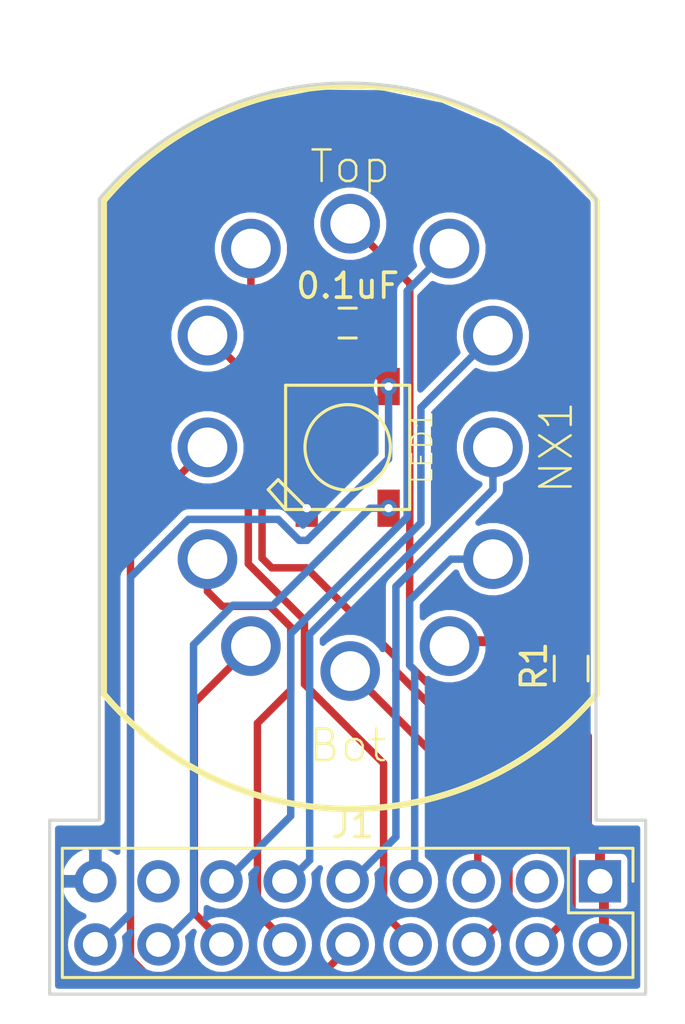
<source format=kicad_pcb>
(kicad_pcb (version 4) (host pcbnew 4.0.7)

  (general
    (links 19)
    (no_connects 0)
    (area 147.956499 104.656637 172.083501 141.443501)
    (thickness 1.6002)
    (drawings 9)
    (tracks 101)
    (zones 0)
    (modules 6)
    (nets 20)
  )

  (page A4)
  (layers
    (0 F.Cu signal)
    (31 B.Cu signal)
    (34 B.Paste user)
    (35 F.Paste user)
    (36 B.SilkS user)
    (37 F.SilkS user)
    (38 B.Mask user)
    (39 F.Mask user)
    (44 Edge.Cuts user)
  )

  (setup
    (last_trace_width 0.254)
    (user_trace_width 0.1524)
    (user_trace_width 0.2)
    (user_trace_width 0.25)
    (user_trace_width 0.3)
    (user_trace_width 0.4)
    (user_trace_width 0.5)
    (user_trace_width 0.6)
    (user_trace_width 0.8)
    (trace_clearance 0.254)
    (zone_clearance 0.1524)
    (zone_45_only no)
    (trace_min 0.1524)
    (segment_width 0.127)
    (edge_width 0.127)
    (via_size 0.6858)
    (via_drill 0.3302)
    (via_min_size 0.6858)
    (via_min_drill 0.3302)
    (uvia_size 0.508)
    (uvia_drill 0.127)
    (uvias_allowed no)
    (uvia_min_size 0.508)
    (uvia_min_drill 0.127)
    (pcb_text_width 0.127)
    (pcb_text_size 0.6 0.6)
    (mod_edge_width 0.127)
    (mod_text_size 0.6 0.6)
    (mod_text_width 0.127)
    (pad_size 1.524 1.524)
    (pad_drill 0.762)
    (pad_to_mask_clearance 0.05)
    (pad_to_paste_clearance -0.04)
    (aux_axis_origin 0 0)
    (grid_origin 160.02 119.38)
    (visible_elements 7FFFFF7F)
    (pcbplotparams
      (layerselection 0x3ffff_80000001)
      (usegerberextensions true)
      (usegerberattributes true)
      (excludeedgelayer true)
      (linewidth 0.127000)
      (plotframeref false)
      (viasonmask false)
      (mode 1)
      (useauxorigin false)
      (hpglpennumber 1)
      (hpglpenspeed 20)
      (hpglpendiameter 15)
      (hpglpenoverlay 2)
      (psnegative false)
      (psa4output false)
      (plotreference true)
      (plotvalue true)
      (plotinvisibletext false)
      (padsonsilk false)
      (subtractmaskfromsilk false)
      (outputformat 1)
      (mirror false)
      (drillshape 0)
      (scaleselection 1)
      (outputdirectory CAM/))
  )

  (net 0 "")
  (net 1 +5V)
  (net 2 GND)
  (net 3 /Anode)
  (net 4 /Din)
  (net 5 "Net-(J1-Pad3)")
  (net 6 /HV6)
  (net 7 /HV11)
  (net 8 /HV5)
  (net 9 /HV10)
  (net 10 /HV4)
  (net 11 /HV9)
  (net 12 /HV3)
  (net 13 /HV8)
  (net 14 /HV2)
  (net 15 /HV7)
  (net 16 /HV1)
  (net 17 "Net-(NX1-PadA)")
  (net 18 "Net-(J1-Pad15)")
  (net 19 "Net-(LED1-Pad2-DO)")

  (net_class Default "Imperial - this is the standard class"
    (clearance 0.254)
    (trace_width 0.254)
    (via_dia 0.6858)
    (via_drill 0.3302)
    (uvia_dia 0.508)
    (uvia_drill 0.127)
    (add_net +5V)
    (add_net /Anode)
    (add_net /Din)
    (add_net /HV1)
    (add_net /HV10)
    (add_net /HV11)
    (add_net /HV2)
    (add_net /HV3)
    (add_net /HV4)
    (add_net /HV5)
    (add_net /HV6)
    (add_net /HV7)
    (add_net /HV8)
    (add_net /HV9)
    (add_net GND)
    (add_net "Net-(J1-Pad15)")
    (add_net "Net-(J1-Pad3)")
    (add_net "Net-(LED1-Pad2-DO)")
    (add_net "Net-(NX1-PadA)")
  )

  (net_class 0.2mm ""
    (clearance 0.2)
    (trace_width 0.2)
    (via_dia 0.6858)
    (via_drill 0.3302)
    (uvia_dia 0.508)
    (uvia_drill 0.127)
  )

  (net_class Minimal ""
    (clearance 0.1524)
    (trace_width 0.1524)
    (via_dia 0.6858)
    (via_drill 0.3302)
    (uvia_dia 0.508)
    (uvia_drill 0.127)
  )

  (module adafruit:adafruit-WS2812B (layer F.Cu) (tedit 5A39BE5B) (tstamp 5A3ACAFA)
    (at 160.02 119.38 90)
    (path /592C7523)
    (attr smd)
    (fp_text reference LED1 (at 0 3 90) (layer F.SilkS)
      (effects (font (size 0.8128 0.8128) (thickness 0.0762)))
    )
    (fp_text value WS2812B5050 (at 0 0 90) (layer F.SilkS) hide
      (effects (font (thickness 0.15)))
    )
    (fp_line (start 2.49936 2.49936) (end -2.49936 2.49936) (layer F.SilkS) (width 0.127))
    (fp_line (start -2.49936 2.49936) (end -2.49936 -1.59766) (layer F.SilkS) (width 0.127))
    (fp_line (start -2.49936 -1.59766) (end -2.49936 -2.49936) (layer F.SilkS) (width 0.127))
    (fp_line (start -2.49936 -2.49936) (end -1.59766 -2.49936) (layer F.SilkS) (width 0.127))
    (fp_line (start -1.59766 -2.49936) (end 2.49936 -2.49936) (layer F.SilkS) (width 0.127))
    (fp_line (start 2.49936 -2.49936) (end 2.49936 2.49936) (layer F.SilkS) (width 0.127))
    (fp_line (start -2.49936 -1.59766) (end -1.59766 -2.49936) (layer F.SilkS) (width 0.127))
    (fp_line (start -1.59766 -2.49936) (end -1.29794 -2.79908) (layer F.SilkS) (width 0.127))
    (fp_line (start -1.29794 -2.79908) (end -1.69926 -3.19786) (layer F.SilkS) (width 0.127))
    (fp_line (start -1.69926 -3.19786) (end -2.49936 -2.49936) (layer F.SilkS) (width 0.127))
    (fp_circle (center 0 0) (end 0 -1.71958) (layer F.SilkS) (width 0.127))
    (pad 1-VD smd rect (at 2.44856 1.64846 270) (size 1.4986 0.89916) (layers F.Cu F.Paste F.Mask)
      (net 1 +5V))
    (pad 2-DO smd rect (at 2.44856 -1.64846 270) (size 1.4986 0.89916) (layers F.Cu F.Paste F.Mask)
      (net 19 "Net-(LED1-Pad2-DO)"))
    (pad 3-GN smd rect (at -2.44856 -1.64846 270) (size 1.4986 0.89916) (layers F.Cu F.Paste F.Mask)
      (net 2 GND))
    (pad 4-DI smd rect (at -2.44856 1.64846 270) (size 1.4986 0.89916) (layers F.Cu F.Paste F.Mask)
      (net 4 /Din))
  )

  (module Pin_Headers:Pin_Header_Straight_2x09_Pitch2.54mm (layer F.Cu) (tedit 59650532) (tstamp 5A3BE88D)
    (at 170.18 136.84 270)
    (descr "Through hole straight pin header, 2x09, 2.54mm pitch, double rows")
    (tags "Through hole pin header THT 2x09 2.54mm double row")
    (path /5A39B530)
    (fp_text reference J1 (at -2.26 9.96 360) (layer F.SilkS)
      (effects (font (size 1 1) (thickness 0.15)))
    )
    (fp_text value Nixie (at 1.27 22.65 270) (layer F.Fab)
      (effects (font (size 1 1) (thickness 0.15)))
    )
    (fp_line (start 0 -1.27) (end 3.81 -1.27) (layer F.Fab) (width 0.1))
    (fp_line (start 3.81 -1.27) (end 3.81 21.59) (layer F.Fab) (width 0.1))
    (fp_line (start 3.81 21.59) (end -1.27 21.59) (layer F.Fab) (width 0.1))
    (fp_line (start -1.27 21.59) (end -1.27 0) (layer F.Fab) (width 0.1))
    (fp_line (start -1.27 0) (end 0 -1.27) (layer F.Fab) (width 0.1))
    (fp_line (start -1.33 21.65) (end 3.87 21.65) (layer F.SilkS) (width 0.12))
    (fp_line (start -1.33 1.27) (end -1.33 21.65) (layer F.SilkS) (width 0.12))
    (fp_line (start 3.87 -1.33) (end 3.87 21.65) (layer F.SilkS) (width 0.12))
    (fp_line (start -1.33 1.27) (end 1.27 1.27) (layer F.SilkS) (width 0.12))
    (fp_line (start 1.27 1.27) (end 1.27 -1.33) (layer F.SilkS) (width 0.12))
    (fp_line (start 1.27 -1.33) (end 3.87 -1.33) (layer F.SilkS) (width 0.12))
    (fp_line (start -1.33 0) (end -1.33 -1.33) (layer F.SilkS) (width 0.12))
    (fp_line (start -1.33 -1.33) (end 0 -1.33) (layer F.SilkS) (width 0.12))
    (fp_line (start -1.8 -1.8) (end -1.8 22.1) (layer F.CrtYd) (width 0.05))
    (fp_line (start -1.8 22.1) (end 4.35 22.1) (layer F.CrtYd) (width 0.05))
    (fp_line (start 4.35 22.1) (end 4.35 -1.8) (layer F.CrtYd) (width 0.05))
    (fp_line (start 4.35 -1.8) (end -1.8 -1.8) (layer F.CrtYd) (width 0.05))
    (fp_text user %R (at 1.27 10.16 360) (layer F.Fab)
      (effects (font (size 1 1) (thickness 0.15)))
    )
    (pad 1 thru_hole rect (at 0 0 270) (size 1.7 1.7) (drill 1) (layers *.Cu *.Mask)
      (net 3 /Anode))
    (pad 2 thru_hole oval (at 2.54 0 270) (size 1.7 1.7) (drill 1) (layers *.Cu *.Mask)
      (net 3 /Anode))
    (pad 3 thru_hole oval (at 0 2.54 270) (size 1.7 1.7) (drill 1) (layers *.Cu *.Mask)
      (net 5 "Net-(J1-Pad3)"))
    (pad 4 thru_hole oval (at 2.54 2.54 270) (size 1.7 1.7) (drill 1) (layers *.Cu *.Mask)
      (net 6 /HV6))
    (pad 5 thru_hole oval (at 0 5.08 270) (size 1.7 1.7) (drill 1) (layers *.Cu *.Mask)
      (net 7 /HV11))
    (pad 6 thru_hole oval (at 2.54 5.08 270) (size 1.7 1.7) (drill 1) (layers *.Cu *.Mask)
      (net 8 /HV5))
    (pad 7 thru_hole oval (at 0 7.62 270) (size 1.7 1.7) (drill 1) (layers *.Cu *.Mask)
      (net 9 /HV10))
    (pad 8 thru_hole oval (at 2.54 7.62 270) (size 1.7 1.7) (drill 1) (layers *.Cu *.Mask)
      (net 10 /HV4))
    (pad 9 thru_hole oval (at 0 10.16 270) (size 1.7 1.7) (drill 1) (layers *.Cu *.Mask)
      (net 11 /HV9))
    (pad 10 thru_hole oval (at 2.54 10.16 270) (size 1.7 1.7) (drill 1) (layers *.Cu *.Mask)
      (net 12 /HV3))
    (pad 11 thru_hole oval (at 0 12.7 270) (size 1.7 1.7) (drill 1) (layers *.Cu *.Mask)
      (net 13 /HV8))
    (pad 12 thru_hole oval (at 2.54 12.7 270) (size 1.7 1.7) (drill 1) (layers *.Cu *.Mask)
      (net 14 /HV2))
    (pad 13 thru_hole oval (at 0 15.24 270) (size 1.7 1.7) (drill 1) (layers *.Cu *.Mask)
      (net 15 /HV7))
    (pad 14 thru_hole oval (at 2.54 15.24 270) (size 1.7 1.7) (drill 1) (layers *.Cu *.Mask)
      (net 16 /HV1))
    (pad 15 thru_hole oval (at 0 17.78 270) (size 1.7 1.7) (drill 1) (layers *.Cu *.Mask)
      (net 18 "Net-(J1-Pad15)"))
    (pad 16 thru_hole oval (at 2.54 17.78 270) (size 1.7 1.7) (drill 1) (layers *.Cu *.Mask)
      (net 4 /Din))
    (pad 17 thru_hole oval (at 0 20.32 270) (size 1.7 1.7) (drill 1) (layers *.Cu *.Mask)
      (net 2 GND))
    (pad 18 thru_hole oval (at 2.54 20.32 270) (size 1.7 1.7) (drill 1) (layers *.Cu *.Mask)
      (net 1 +5V))
    (model Pin_Headers.3dshapes/Pin_Header_Angled_2x09_Pitch2.54mm.wrl
      (at (xyz 0 0 -0.12))
      (scale (xyz 1 1 -1))
      (rotate (xyz 0 0 0))
    )
  )

  (module nixies-us:nixies-us-IN-12-DSUB-NOHOLE (layer F.Cu) (tedit 5A39CE5F) (tstamp 5A3BEB79)
    (at 160.12204 119.38)
    (descr "FOR USE WITH FEMALE D-SUB PINS")
    (tags "FOR USE WITH FEMALE D-SUB PINS")
    (path /5A39B784)
    (attr virtual)
    (fp_text reference NX1 (at 8.29796 0 90) (layer F.SilkS)
      (effects (font (size 1.27 1.27) (thickness 0.1016)))
    )
    (fp_text value IN-12 (at -0.10204 12) (layer F.SilkS) hide
      (effects (font (size 1.27 1.27) (thickness 0.1016)))
    )
    (fp_line (start 9.92124 -9.92124) (end 9.92124 9.92124) (layer F.SilkS) (width 0.254))
    (fp_line (start -9.92124 9.92124) (end -9.92124 -9.92124) (layer F.SilkS) (width 0.254))
    (fp_arc (start 0 1.59512) (end 9.92124 9.92124) (angle 100) (layer F.SilkS) (width 0.254))
    (fp_arc (start 0 -1.59512) (end -9.92124 -9.92124) (angle 100) (layer F.SilkS) (width 0.254))
    (fp_text user Bot (at -0.10204 12) (layer F.SilkS)
      (effects (font (size 1.27 1.27) (thickness 0.1016)))
    )
    (fp_text user Top (at -0.00204 -11.3) (layer F.SilkS)
      (effects (font (size 1.27 1.27) (thickness 0.1016)))
    )
    (pad 0 thru_hole circle (at 5.74802 4.49834) (size 2.39776 2.39776) (drill 1.59766) (layers *.Cu *.Paste *.Mask)
      (net 9 /HV10))
    (pad 1 thru_hole circle (at -3.99796 7.99846) (size 2.39776 2.39776) (drill 1.59766) (layers *.Cu *.Paste *.Mask)
      (net 16 /HV1))
    (pad 2 thru_hole circle (at -5.74802 4.49834) (size 2.39776 2.39776) (drill 1.59766) (layers *.Cu *.Paste *.Mask)
      (net 14 /HV2))
    (pad 3 thru_hole circle (at -5.74802 0) (size 2.39776 2.39776) (drill 1.59766) (layers *.Cu *.Paste *.Mask)
      (net 12 /HV3))
    (pad 4 thru_hole circle (at -5.74802 -4.49834) (size 2.39776 2.39776) (drill 1.59766) (layers *.Cu *.Paste *.Mask)
      (net 10 /HV4))
    (pad 5 thru_hole circle (at -3.99796 -7.99846) (size 2.39776 2.39776) (drill 1.59766) (layers *.Cu *.Paste *.Mask)
      (net 8 /HV5))
    (pad 6 thru_hole circle (at 0 -8.99922) (size 2.39776 2.39776) (drill 1.59766) (layers *.Cu *.Paste *.Mask)
      (net 6 /HV6))
    (pad 7 thru_hole circle (at 3.99796 -7.99846) (size 2.39776 2.39776) (drill 1.59766) (layers *.Cu *.Paste *.Mask)
      (net 15 /HV7))
    (pad 8 thru_hole circle (at 5.74802 -4.49834) (size 2.39776 2.39776) (drill 1.59766) (layers *.Cu *.Paste *.Mask)
      (net 13 /HV8))
    (pad 9 thru_hole circle (at 5.74802 0) (size 2.39776 2.39776) (drill 1.59766) (layers *.Cu *.Paste *.Mask)
      (net 11 /HV9))
    (pad A thru_hole circle (at 3.99796 7.99846) (size 2.39776 2.39776) (drill 1.59766) (layers *.Cu *.Paste *.Mask)
      (net 17 "Net-(NX1-PadA)"))
    (pad LHDP thru_hole circle (at 0 8.99922) (size 2.39776 2.39776) (drill 1.59766) (layers *.Cu *.Paste *.Mask)
      (net 7 /HV11))
    (model C:/Users/mpand/Documents/circuits/IN-12-STC/IN-12.wrl
      (at (xyz 0.15 -0.3 0.255))
      (scale (xyz 1 1 1))
      (rotate (xyz 0 0 0))
    )
  )

  (module Resistors_SMD:R_0603_HandSoldering (layer F.Cu) (tedit 58E0A804) (tstamp 5A3BEDA9)
    (at 169.02 128.28 270)
    (descr "Resistor SMD 0603, hand soldering")
    (tags "resistor 0603")
    (path /592C7A6F)
    (attr smd)
    (fp_text reference R1 (at -0.1 1.5 270) (layer F.SilkS)
      (effects (font (size 1 1) (thickness 0.15)))
    )
    (fp_text value 10k (at 0 1.55 270) (layer F.Fab)
      (effects (font (size 1 1) (thickness 0.15)))
    )
    (fp_text user %R (at 0 0 270) (layer F.Fab)
      (effects (font (size 0.4 0.4) (thickness 0.075)))
    )
    (fp_line (start -0.8 0.4) (end -0.8 -0.4) (layer F.Fab) (width 0.1))
    (fp_line (start 0.8 0.4) (end -0.8 0.4) (layer F.Fab) (width 0.1))
    (fp_line (start 0.8 -0.4) (end 0.8 0.4) (layer F.Fab) (width 0.1))
    (fp_line (start -0.8 -0.4) (end 0.8 -0.4) (layer F.Fab) (width 0.1))
    (fp_line (start 0.5 0.68) (end -0.5 0.68) (layer F.SilkS) (width 0.12))
    (fp_line (start -0.5 -0.68) (end 0.5 -0.68) (layer F.SilkS) (width 0.12))
    (fp_line (start -1.96 -0.7) (end 1.95 -0.7) (layer F.CrtYd) (width 0.05))
    (fp_line (start -1.96 -0.7) (end -1.96 0.7) (layer F.CrtYd) (width 0.05))
    (fp_line (start 1.95 0.7) (end 1.95 -0.7) (layer F.CrtYd) (width 0.05))
    (fp_line (start 1.95 0.7) (end -1.96 0.7) (layer F.CrtYd) (width 0.05))
    (pad 1 smd rect (at -1.1 0 270) (size 1.2 0.9) (layers F.Cu F.Paste F.Mask)
      (net 17 "Net-(NX1-PadA)"))
    (pad 2 smd rect (at 1.1 0 270) (size 1.2 0.9) (layers F.Cu F.Paste F.Mask)
      (net 3 /Anode))
    (model ${KISYS3DMOD}/Resistors_SMD.3dshapes/R_0603.wrl
      (at (xyz 0 0 0))
      (scale (xyz 1 1 1))
      (rotate (xyz 0 0 0))
    )
  )

  (module Capacitors_SMD:C_0603_HandSoldering (layer F.Cu) (tedit 5A39C51B) (tstamp 5A3BEDEB)
    (at 160.02 114.38 180)
    (descr "Capacitor SMD 0603, hand soldering")
    (tags "capacitor 0603")
    (path /592C7A4C)
    (attr smd)
    (fp_text reference C1 (at 0 1.5 180) (layer F.SilkS) hide
      (effects (font (size 1 1) (thickness 0.15)))
    )
    (fp_text value 0.1uF (at 0 1.5 180) (layer F.SilkS)
      (effects (font (size 1 1) (thickness 0.15)))
    )
    (fp_text user %R (at 0 -1.25 180) (layer F.Fab)
      (effects (font (size 1 1) (thickness 0.15)))
    )
    (fp_line (start -0.8 0.4) (end -0.8 -0.4) (layer F.Fab) (width 0.1))
    (fp_line (start 0.8 0.4) (end -0.8 0.4) (layer F.Fab) (width 0.1))
    (fp_line (start 0.8 -0.4) (end 0.8 0.4) (layer F.Fab) (width 0.1))
    (fp_line (start -0.8 -0.4) (end 0.8 -0.4) (layer F.Fab) (width 0.1))
    (fp_line (start -0.35 -0.6) (end 0.35 -0.6) (layer F.SilkS) (width 0.12))
    (fp_line (start 0.35 0.6) (end -0.35 0.6) (layer F.SilkS) (width 0.12))
    (fp_line (start -1.8 -0.65) (end 1.8 -0.65) (layer F.CrtYd) (width 0.05))
    (fp_line (start -1.8 -0.65) (end -1.8 0.65) (layer F.CrtYd) (width 0.05))
    (fp_line (start 1.8 0.65) (end 1.8 -0.65) (layer F.CrtYd) (width 0.05))
    (fp_line (start 1.8 0.65) (end -1.8 0.65) (layer F.CrtYd) (width 0.05))
    (pad 1 smd rect (at -0.95 0 180) (size 1.2 0.75) (layers F.Cu F.Paste F.Mask)
      (net 1 +5V))
    (pad 2 smd rect (at 0.95 0 180) (size 1.2 0.75) (layers F.Cu F.Paste F.Mask)
      (net 2 GND))
    (model Capacitors_SMD.3dshapes/C_0603.wrl
      (at (xyz 0 0 0))
      (scale (xyz 1 1 1))
      (rotate (xyz 0 0 0))
    )
  )

  (module logos:mermaid_l (layer B.Cu) (tedit 0) (tstamp 5A3BEF0C)
    (at 167.62 113.58 180)
    (fp_text reference G*** (at 0 0 180) (layer B.SilkS) hide
      (effects (font (thickness 0.3)) (justify mirror))
    )
    (fp_text value LOGO (at 0.75 0 180) (layer B.SilkS) hide
      (effects (font (thickness 0.3)) (justify mirror))
    )
    (fp_poly (pts (xy 0.016811 3.773536) (xy 0.035492 3.771585) (xy 0.039687 3.770741) (xy 0.079417 3.757244)
      (xy 0.111324 3.737775) (xy 0.124832 3.725513) (xy 0.142677 3.704599) (xy 0.153161 3.684612)
      (xy 0.15793 3.661447) (xy 0.15875 3.64097) (xy 0.158058 3.61993) (xy 0.155124 3.604749)
      (xy 0.148654 3.590748) (xy 0.141938 3.580059) (xy 0.122141 3.557766) (xy 0.098998 3.544256)
      (xy 0.074141 3.539962) (xy 0.049199 3.545313) (xy 0.036501 3.55221) (xy 0.025568 3.560763)
      (xy 0.019906 3.570026) (xy 0.017449 3.584153) (xy 0.016932 3.59157) (xy 0.016648 3.608477)
      (xy 0.018904 3.618133) (xy 0.024587 3.623743) (xy 0.026084 3.624592) (xy 0.039465 3.627784)
      (xy 0.050441 3.626922) (xy 0.059967 3.622881) (xy 0.061919 3.615123) (xy 0.060823 3.608777)
      (xy 0.060289 3.596153) (xy 0.064906 3.590901) (xy 0.073078 3.592235) (xy 0.083211 3.599369)
      (xy 0.093713 3.61152) (xy 0.102989 3.6279) (xy 0.103896 3.629997) (xy 0.108418 3.643365)
      (xy 0.108287 3.6547) (xy 0.103467 3.669685) (xy 0.087643 3.698859) (xy 0.064252 3.721926)
      (xy 0.050164 3.731216) (xy 0.036916 3.737802) (xy 0.022748 3.741623) (xy 0.004134 3.743365)
      (xy -0.014288 3.743716) (xy -0.040147 3.742911) (xy -0.057394 3.740394) (xy -0.064294 3.73724)
      (xy -0.073648 3.731439) (xy -0.077728 3.730626) (xy -0.088165 3.726605) (xy -0.102163 3.716065)
      (xy -0.117406 3.701291) (xy -0.131579 3.684564) (xy -0.142367 3.668169) (xy -0.143717 3.665542)
      (xy -0.151883 3.648712) (xy -0.159332 3.633251) (xy -0.163088 3.620111) (xy -0.165384 3.598867)
      (xy -0.16631 3.568514) (xy -0.166318 3.553876) (xy -0.166026 3.5265) (xy -0.165145 3.506715)
      (xy -0.163111 3.491529) (xy -0.159359 3.477949) (xy -0.153324 3.462983) (xy -0.14625 3.447521)
      (xy -0.121753 3.405235) (xy -0.0903 3.36927) (xy -0.051325 3.33924) (xy -0.004264 3.314759)
      (xy 0.051447 3.295441) (xy 0.089958 3.28602) (xy 0.119366 3.282227) (xy 0.156195 3.281263)
      (xy 0.197719 3.282946) (xy 0.241212 3.28709) (xy 0.283951 3.293513) (xy 0.321687 3.301638)
      (xy 0.342155 3.307861) (xy 0.360849 3.315263) (xy 0.376278 3.322945) (xy 0.386953 3.330006)
      (xy 0.391385 3.335547) (xy 0.388082 3.338667) (xy 0.383597 3.339042) (xy 0.373649 3.342219)
      (xy 0.357833 3.350734) (xy 0.338335 3.36306) (xy 0.317344 3.377673) (xy 0.297047 3.393046)
      (xy 0.279632 3.407655) (xy 0.267286 3.419973) (xy 0.26692 3.420407) (xy 0.246827 3.446164)
      (xy 0.232225 3.469838) (xy 0.221889 3.494463) (xy 0.214597 3.523071) (xy 0.209127 3.558694)
      (xy 0.208269 3.565849) (xy 0.208225 3.599519) (xy 0.214696 3.635439) (xy 0.226608 3.670269)
      (xy 0.242885 3.700666) (xy 0.257355 3.718587) (xy 0.284712 3.739246) (xy 0.316451 3.752322)
      (xy 0.350326 3.757709) (xy 0.384089 3.755304) (xy 0.415495 3.745003) (xy 0.441854 3.727116)
      (xy 0.456743 3.708989) (xy 0.464158 3.687733) (xy 0.465666 3.667574) (xy 0.46447 3.649678)
      (xy 0.459418 3.636679) (xy 0.44831 3.623019) (xy 0.447843 3.622523) (xy 0.432662 3.60928)
      (xy 0.418526 3.60395) (xy 0.413448 3.603625) (xy 0.394908 3.608269) (xy 0.381565 3.620647)
      (xy 0.375782 3.638431) (xy 0.375708 3.640833) (xy 0.378805 3.655072) (xy 0.386689 3.660815)
      (xy 0.397247 3.657238) (xy 0.40302 3.65151) (xy 0.411119 3.643576) (xy 0.417703 3.64383)
      (xy 0.420717 3.645984) (xy 0.426691 3.656909) (xy 0.428309 3.673525) (xy 0.425542 3.691863)
      (xy 0.421138 3.703294) (xy 0.410709 3.716673) (xy 0.399156 3.725521) (xy 0.381042 3.731036)
      (xy 0.358057 3.732598) (xy 0.335132 3.730244) (xy 0.318905 3.724949) (xy 0.298369 3.711409)
      (xy 0.278961 3.693672) (xy 0.264484 3.675356) (xy 0.26187 3.670693) (xy 0.258107 3.658302)
      (xy 0.255508 3.640465) (xy 0.254155 3.620218) (xy 0.254128 3.6006) (xy 0.25551 3.584648)
      (xy 0.258381 3.5754) (xy 0.259291 3.574521) (xy 0.263387 3.567227) (xy 0.264583 3.558334)
      (xy 0.266434 3.54854) (xy 0.269875 3.545417) (xy 0.274956 3.541344) (xy 0.275166 3.539772)
      (xy 0.278369 3.532005) (xy 0.286651 3.519125) (xy 0.298022 3.503894) (xy 0.310492 3.489074)
      (xy 0.315691 3.483521) (xy 0.332808 3.469181) (xy 0.356966 3.453086) (xy 0.385192 3.436898)
      (xy 0.41451 3.422278) (xy 0.441945 3.410886) (xy 0.451563 3.407656) (xy 0.513508 3.39253)
      (xy 0.572008 3.386659) (xy 0.6285 3.390216) (xy 0.684423 3.403376) (xy 0.741216 3.42631)
      (xy 0.78052 3.447259) (xy 0.817352 3.46804) (xy 0.848125 3.483558) (xy 0.875501 3.494552)
      (xy 0.902139 3.501759) (xy 0.9307 3.505917) (xy 0.963843 3.507764) (xy 0.999762 3.50806)
      (xy 1.029829 3.507596) (xy 1.058475 3.506543) (xy 1.08289 3.505047) (xy 1.100268 3.50325)
      (xy 1.103312 3.502746) (xy 1.124251 3.498943) (xy 1.148566 3.494739) (xy 1.16152 3.492588)
      (xy 1.183437 3.488718) (xy 1.205109 3.484407) (xy 1.21576 3.482026) (xy 1.242534 3.475574)
      (xy 1.261268 3.470981) (xy 1.27422 3.467665) (xy 1.283649 3.465044) (xy 1.29181 3.462534)
      (xy 1.293812 3.46189) (xy 1.330054 3.447173) (xy 1.362613 3.428217) (xy 1.390124 3.406284)
      (xy 1.411222 3.382636) (xy 1.42454 3.358536) (xy 1.428749 3.337087) (xy 1.430965 3.31796)
      (xy 1.436932 3.293293) (xy 1.445634 3.266996) (xy 1.4496 3.257021) (xy 1.460028 3.223921)
      (xy 1.465344 3.188889) (xy 1.465701 3.173183) (xy 1.465206 3.152449) (xy 1.465622 3.140318)
      (xy 1.467505 3.134815) (xy 1.471411 3.133966) (xy 1.476375 3.135313) (xy 1.485246 3.136563)
      (xy 1.485546 3.132317) (xy 1.477379 3.123141) (xy 1.473497 3.119686) (xy 1.464568 3.110292)
      (xy 1.463129 3.101507) (xy 1.465406 3.093994) (xy 1.472998 3.082438) (xy 1.485846 3.06985)
      (xy 1.491895 3.065257) (xy 1.507592 3.051442) (xy 1.513053 3.038041) (xy 1.508312 3.023896)
      (xy 1.493572 3.007997) (xy 1.481954 2.996879) (xy 1.477871 2.989625) (xy 1.480148 2.984092)
      (xy 1.480343 2.983889) (xy 1.48489 2.973373) (xy 1.486712 2.956585) (xy 1.485771 2.93749)
      (xy 1.482027 2.920051) (xy 1.481007 2.917281) (xy 1.468042 2.883178) (xy 1.459777 2.85676)
      (xy 1.455764 2.836468) (xy 1.455208 2.827306) (xy 1.451635 2.812089) (xy 1.440656 2.801224)
      (xy 1.433744 2.797314) (xy 1.425278 2.794661) (xy 1.41333 2.793085) (xy 1.395971 2.79241)
      (xy 1.371273 2.792457) (xy 1.349375 2.792809) (xy 1.31873 2.793255) (xy 1.296659 2.793112)
      (xy 1.281157 2.792186) (xy 1.270221 2.790279) (xy 1.261849 2.787196) (xy 1.255447 2.783626)
      (xy 1.244268 2.774775) (xy 1.238474 2.766405) (xy 1.23825 2.764974) (xy 1.235863 2.757876)
      (xy 1.233805 2.756959) (xy 1.229201 2.752098) (xy 1.223916 2.739092) (xy 1.218503 2.720308)
      (xy 1.213515 2.698112) (xy 1.209506 2.674871) (xy 1.207028 2.652951) (xy 1.2065 2.640132)
      (xy 1.207874 2.614203) (xy 1.211589 2.582523) (xy 1.217032 2.549504) (xy 1.222776 2.522803)
      (xy 1.235661 2.473043) (xy 1.247332 2.433315) (xy 1.257929 2.403156) (xy 1.259293 2.399771)
      (xy 1.264013 2.387513) (xy 1.269636 2.371955) (xy 1.270086 2.370667) (xy 1.278721 2.347809)
      (xy 1.289907 2.322021) (xy 1.304888 2.290463) (xy 1.308378 2.283355) (xy 1.317963 2.259043)
      (xy 1.323702 2.234224) (xy 1.325348 2.211548) (xy 1.322652 2.19366) (xy 1.317561 2.184909)
      (xy 1.307186 2.176016) (xy 1.292853 2.165074) (xy 1.277255 2.153968) (xy 1.263087 2.144581)
      (xy 1.253044 2.138797) (xy 1.250232 2.137834) (xy 1.242386 2.13401) (xy 1.231208 2.124466)
      (xy 1.219519 2.11209) (xy 1.21014 2.099773) (xy 1.206613 2.093154) (xy 1.204218 2.073293)
      (xy 1.210459 2.048342) (xy 1.211685 2.04523) (xy 1.220793 2.023791) (xy 1.23213 1.998543)
      (xy 1.244765 1.971403) (xy 1.257766 1.944284) (xy 1.270202 1.9191) (xy 1.281142 1.897767)
      (xy 1.289653 1.882198) (xy 1.294804 1.874308) (xy 1.294911 1.874195) (xy 1.300737 1.866426)
      (xy 1.30175 1.863411) (xy 1.305702 1.855954) (xy 1.316422 1.843726) (xy 1.332206 1.828296)
      (xy 1.351351 1.811235) (xy 1.372151 1.794113) (xy 1.392903 1.778501) (xy 1.397 1.775628)
      (xy 1.412481 1.764474) (xy 1.432822 1.749179) (xy 1.456251 1.731147) (xy 1.480994 1.711783)
      (xy 1.505277 1.692489) (xy 1.527327 1.674669) (xy 1.54537 1.659728) (xy 1.557633 1.649068)
      (xy 1.561041 1.645785) (xy 1.566531 1.641261) (xy 1.577559 1.632846) (xy 1.584854 1.62743)
      (xy 1.599074 1.616479) (xy 1.610642 1.606732) (xy 1.613958 1.603563) (xy 1.621166 1.597319)
      (xy 1.63503 1.586326) (xy 1.653625 1.57203) (xy 1.675029 1.555881) (xy 1.697317 1.539326)
      (xy 1.718566 1.523814) (xy 1.736854 1.510793) (xy 1.740958 1.507944) (xy 1.75542 1.497422)
      (xy 1.767734 1.487559) (xy 1.769672 1.48584) (xy 1.781335 1.477351) (xy 1.789516 1.473434)
      (xy 1.797549 1.469117) (xy 1.799166 1.466423) (xy 1.803588 1.462135) (xy 1.814535 1.456503)
      (xy 1.817687 1.455209) (xy 1.829662 1.449593) (xy 1.835937 1.444862) (xy 1.836208 1.4441)
      (xy 1.840779 1.440501) (xy 1.852852 1.434525) (xy 1.869967 1.42737) (xy 1.872824 1.426267)
      (xy 1.88894 1.420424) (xy 1.902804 1.416562) (xy 1.917198 1.414357) (xy 1.934907 1.413483)
      (xy 1.958714 1.413615) (xy 1.977334 1.414048) (xy 2.011477 1.415666) (xy 2.050591 1.418652)
      (xy 2.089221 1.422539) (xy 2.114726 1.425785) (xy 2.14488 1.42989) (xy 2.16751 1.432256)
      (xy 2.18552 1.432964) (xy 2.201812 1.432095) (xy 2.219288 1.429731) (xy 2.224528 1.428856)
      (xy 2.245404 1.424861) (xy 2.257747 1.421152) (xy 2.263552 1.416902) (xy 2.264833 1.412127)
      (xy 2.263508 1.406717) (xy 2.257986 1.403732) (xy 2.245944 1.402491) (xy 2.231409 1.402292)
      (xy 2.207764 1.401303) (xy 2.182238 1.398663) (xy 2.158033 1.394866) (xy 2.138355 1.390404)
      (xy 2.12725 1.386276) (xy 2.123304 1.383434) (xy 2.123829 1.381057) (xy 2.130164 1.378752)
      (xy 2.143652 1.376125) (xy 2.165634 1.37278) (xy 2.180166 1.370725) (xy 2.208747 1.366286)
      (xy 2.230983 1.361492) (xy 2.251087 1.355226) (xy 2.27327 1.34637) (xy 2.275416 1.345449)
      (xy 2.291879 1.337058) (xy 2.307873 1.326809) (xy 2.32072 1.316668) (xy 2.327745 1.308602)
      (xy 2.328333 1.306591) (xy 2.323743 1.304335) (xy 2.312281 1.304011) (xy 2.297402 1.305252)
      (xy 2.282566 1.307694) (xy 2.271229 1.31097) (xy 2.267743 1.312991) (xy 2.258675 1.31683)
      (xy 2.251604 1.317626) (xy 2.239817 1.320172) (xy 2.234786 1.323331) (xy 2.225761 1.326846)
      (xy 2.213884 1.326984) (xy 2.204136 1.325219) (xy 2.204029 1.323129) (xy 2.20927 1.320799)
      (xy 2.23606 1.310129) (xy 2.25511 1.301894) (xy 2.268643 1.294964) (xy 2.278885 1.288209)
      (xy 2.287322 1.281169) (xy 2.296853 1.2715) (xy 2.301715 1.264499) (xy 2.301875 1.263719)
      (xy 2.297454 1.259587) (xy 2.285098 1.260225) (xy 2.266162 1.265338) (xy 2.242005 1.274631)
      (xy 2.232778 1.27872) (xy 2.210862 1.287938) (xy 2.195226 1.292907) (xy 2.186673 1.293593)
      (xy 2.186011 1.289959) (xy 2.194044 1.28197) (xy 2.19612 1.28034) (xy 2.207237 1.273141)
      (xy 2.215319 1.270118) (xy 2.221801 1.265714) (xy 2.226876 1.256324) (xy 2.227791 1.251047)
      (xy 2.223516 1.248302) (xy 2.212505 1.249392) (xy 2.197482 1.253408) (xy 2.181171 1.259436)
      (xy 2.166296 1.266566) (xy 2.15558 1.273887) (xy 2.153708 1.275833) (xy 2.146702 1.280288)
      (xy 2.132687 1.286789) (xy 2.114695 1.294037) (xy 2.095756 1.300732) (xy 2.095124 1.300937)
      (xy 2.07869 1.304461) (xy 2.057774 1.306667) (xy 2.046312 1.307042) (xy 2.028903 1.306558)
      (xy 2.018807 1.304253) (xy 2.012768 1.298853) (xy 2.009183 1.29249) (xy 2.005287 1.278785)
      (xy 2.008579 1.265874) (xy 2.019902 1.252443) (xy 2.040101 1.237179) (xy 2.048014 1.232048)
      (xy 2.069352 1.218173) (xy 2.083328 1.207722) (xy 2.091758 1.198848) (xy 2.096459 1.189706)
      (xy 2.098878 1.180349) (xy 2.099775 1.168122) (xy 2.095521 1.163627) (xy 2.094838 1.16354)
      (xy 2.077123 1.165005) (xy 2.064663 1.173081) (xy 2.054291 1.180457) (xy 2.036679 1.190046)
      (xy 2.014573 1.20055) (xy 1.990717 1.210671) (xy 1.967857 1.219114) (xy 1.965854 1.219776)
      (xy 1.928101 1.233609) (xy 1.898307 1.248381) (xy 1.87387 1.26573) (xy 1.852189 1.287294)
      (xy 1.844908 1.29597) (xy 1.82922 1.314316) (xy 1.813605 1.330793) (xy 1.80082 1.342542)
      (xy 1.797992 1.344686) (xy 1.786309 1.353213) (xy 1.778836 1.359346) (xy 1.778 1.360236)
      (xy 1.771224 1.365606) (xy 1.75693 1.374794) (xy 1.736985 1.386729) (xy 1.713259 1.400343)
      (xy 1.687619 1.414565) (xy 1.661936 1.428326) (xy 1.638076 1.440557) (xy 1.635125 1.442019)
      (xy 1.587553 1.46584) (xy 1.546283 1.487396) (xy 1.507857 1.50852) (xy 1.481666 1.52353)
      (xy 1.464862 1.532936) (xy 1.450648 1.540248) (xy 1.443302 1.543429) (xy 1.435482 1.548118)
      (xy 1.434041 1.551076) (xy 1.429946 1.555562) (xy 1.42835 1.55575) (xy 1.421455 1.558368)
      (xy 1.407463 1.565519) (xy 1.388265 1.576151) (xy 1.365753 1.589212) (xy 1.341819 1.60365)
      (xy 1.338081 1.605957) (xy 1.328838 1.611626) (xy 1.314356 1.620452) (xy 1.303686 1.626934)
      (xy 1.289183 1.635949) (xy 1.278713 1.64286) (xy 1.275291 1.645485) (xy 1.269816 1.650117)
      (xy 1.258818 1.65865) (xy 1.251479 1.66417) (xy 1.234056 1.677274) (xy 1.220686 1.687881)
      (xy 1.208649 1.698391) (xy 1.195222 1.711206) (xy 1.177684 1.728725) (xy 1.173427 1.733021)
      (xy 1.154691 1.753203) (xy 1.136473 1.774958) (xy 1.121826 1.794574) (xy 1.117957 1.80049)
      (xy 1.107458 1.815879) (xy 1.098096 1.826821) (xy 1.091977 1.830917) (xy 1.085418 1.828569)
      (xy 1.084785 1.826948) (xy 1.081627 1.820717) (xy 1.073818 1.810294) (xy 1.071556 1.807605)
      (xy 1.063024 1.796859) (xy 1.058535 1.789598) (xy 1.058333 1.788759) (xy 1.055116 1.78268)
      (xy 1.048847 1.77503) (xy 1.038358 1.760344) (xy 1.026121 1.737991) (xy 1.013216 1.710506)
      (xy 1.00072 1.680421) (xy 0.989714 1.650268) (xy 0.981275 1.622581) (xy 0.977986 1.608667)
      (xy 0.968972 1.562362) (xy 0.962328 1.523365) (xy 0.95779 1.488735) (xy 0.955093 1.45553)
      (xy 0.953972 1.420809) (xy 0.954162 1.38163) (xy 0.954874 1.352021) (xy 0.955956 1.318336)
      (xy 0.957154 1.287144) (xy 0.958377 1.260422) (xy 0.959534 1.240144) (xy 0.960534 1.228284)
      (xy 0.960617 1.227667) (xy 0.961429 1.217554) (xy 0.962358 1.198447) (xy 0.96335 1.171939)
      (xy 0.964353 1.139617) (xy 0.96531 1.103071) (xy 0.96617 1.063891) (xy 0.966176 1.063625)
      (xy 0.966988 1.016579) (xy 0.967314 0.977779) (xy 0.967075 0.9449) (xy 0.96619 0.915612)
      (xy 0.964579 0.887587) (xy 0.962164 0.858498) (xy 0.958863 0.826017) (xy 0.95765 0.814917)
      (xy 0.951084 0.75682) (xy 0.945176 0.707679) (xy 0.939682 0.665903) (xy 0.934356 0.629902)
      (xy 0.928956 0.598088) (xy 0.923235 0.56887) (xy 0.916949 0.54066) (xy 0.912885 0.523875)
      (xy 0.906794 0.498662) (xy 0.901413 0.475129) (xy 0.897462 0.456489) (xy 0.895973 0.44834)
      (xy 0.892856 0.434708) (xy 0.889085 0.426281) (xy 0.888285 0.425538) (xy 0.884592 0.418555)
      (xy 0.883669 0.411115) (xy 0.882028 0.401383) (xy 0.877635 0.38436) (xy 0.871226 0.362746)
      (xy 0.866028 0.346605) (xy 0.857767 0.321534) (xy 0.84996 0.297435) (xy 0.843739 0.277819)
      (xy 0.841302 0.269875) (xy 0.836378 0.25453) (xy 0.832191 0.243342) (xy 0.830942 0.240771)
      (xy 0.827336 0.232696) (xy 0.822295 0.21902) (xy 0.820702 0.214313) (xy 0.81395 0.195276)
      (xy 0.806669 0.176625) (xy 0.80583 0.174625) (xy 0.798972 0.158321) (xy 0.792944 0.14374)
      (xy 0.792593 0.142875) (xy 0.786649 0.129107) (xy 0.782549 0.120458) (xy 0.778574 0.110063)
      (xy 0.777875 0.105842) (xy 0.775639 0.099184) (xy 0.769428 0.084596) (xy 0.759982 0.063622)
      (xy 0.748042 0.037806) (xy 0.734349 0.008691) (xy 0.719644 -0.022178) (xy 0.704668 -0.053257)
      (xy 0.690162 -0.083002) (xy 0.676867 -0.10987) (xy 0.665523 -0.132316) (xy 0.656873 -0.148797)
      (xy 0.651656 -0.157769) (xy 0.650888 -0.15875) (xy 0.64704 -0.164585) (xy 0.640139 -0.176579)
      (xy 0.635415 -0.185208) (xy 0.622667 -0.207639) (xy 0.605809 -0.235506) (xy 0.586295 -0.266573)
      (xy 0.565581 -0.298607) (xy 0.545121 -0.329373) (xy 0.52637 -0.356639) (xy 0.510784 -0.378168)
      (xy 0.504464 -0.386291) (xy 0.49882 -0.393433) (xy 0.48822 -0.406992) (xy 0.474188 -0.425014)
      (xy 0.458423 -0.445321) (xy 0.386268 -0.531586) (xy 0.305323 -0.615902) (xy 0.217382 -0.696433)
      (xy 0.193138 -0.716902) (xy 0.177764 -0.729736) (xy 0.165728 -0.739925) (xy 0.159212 -0.745619)
      (xy 0.15875 -0.74607) (xy 0.15364 -0.750212) (xy 0.141905 -0.75919) (xy 0.125441 -0.771566)
      (xy 0.111125 -0.782215) (xy 0.091503 -0.796811) (xy 0.074346 -0.809688) (xy 0.061903 -0.819151)
      (xy 0.057234 -0.822811) (xy 0.046348 -0.830914) (xy 0.033422 -0.839659) (xy 0.019429 -0.849492)
      (xy 0.008262 -0.85853) (xy -0.00115 -0.865562) (xy -0.006772 -0.867833) (xy -0.013177 -0.871028)
      (xy -0.024494 -0.879231) (xy -0.033185 -0.886354) (xy -0.046046 -0.896711) (xy -0.055853 -0.903433)
      (xy -0.059243 -0.904875) (xy -0.065136 -0.907527) (xy -0.076973 -0.9143) (xy -0.09191 -0.923419)
      (xy -0.107104 -0.933106) (xy -0.119711 -0.941585) (xy -0.126887 -0.947081) (xy -0.127 -0.947193)
      (xy -0.133129 -0.951521) (xy -0.142875 -0.957378) (xy -0.152011 -0.962765) (xy -0.168175 -0.972485)
      (xy -0.189376 -0.985333) (xy -0.213623 -1.000104) (xy -0.223801 -1.006326) (xy -0.247553 -1.020777)
      (xy -0.267952 -1.033032) (xy -0.283378 -1.04213) (xy -0.292207 -1.047106) (xy -0.293632 -1.04775)
      (xy -0.298902 -1.050229) (xy -0.310818 -1.056768) (xy -0.326931 -1.066017) (xy -0.328991 -1.067222)
      (xy -0.356603 -1.083148) (xy -0.386048 -1.099703) (xy -0.414493 -1.115327) (xy -0.439106 -1.128464)
      (xy -0.455084 -1.136599) (xy -0.467632 -1.14309) (xy -0.475484 -1.147821) (xy -0.47625 -1.148468)
      (xy -0.481786 -1.151903) (xy -0.494692 -1.158989) (xy -0.512891 -1.168607) (xy -0.529167 -1.177013)
      (xy -0.578322 -1.202179) (xy -0.622845 -1.225001) (xy -0.661951 -1.245075) (xy -0.694854 -1.261998)
      (xy -0.720769 -1.275365) (xy -0.73891 -1.284772) (xy -0.748492 -1.289816) (xy -0.748968 -1.290075)
      (xy -0.758048 -1.294813) (xy -0.773987 -1.302904) (xy -0.794153 -1.313017) (xy -0.80698 -1.3194)
      (xy -0.881231 -1.35675) (xy -0.94652 -1.390707) (xy -1.003734 -1.421745) (xy -1.05376 -1.450342)
      (xy -1.076855 -1.464177) (xy -1.090458 -1.471801) (xy -1.098021 -1.475597) (xy -1.105412 -1.479911)
      (xy -1.119579 -1.488876) (xy -1.138874 -1.501392) (xy -1.161647 -1.516359) (xy -1.18625 -1.532677)
      (xy -1.211035 -1.549246) (xy -1.234352 -1.564966) (xy -1.254552 -1.578737) (xy -1.269988 -1.58946)
      (xy -1.279009 -1.596033) (xy -1.280584 -1.5974) (xy -1.28583 -1.602217) (xy -1.296881 -1.611472)
      (xy -1.309688 -1.621833) (xy -1.369914 -1.675393) (xy -1.421218 -1.732685) (xy -1.463288 -1.79318)
      (xy -1.495811 -1.856346) (xy -1.518476 -1.921651) (xy -1.530971 -1.988566) (xy -1.532115 -2.00072)
      (xy -1.533533 -2.021291) (xy -1.533389 -2.03401) (xy -1.531178 -2.041555) (xy -1.526396 -2.046606)
      (xy -1.523028 -2.048937) (xy -1.508982 -2.055507) (xy -1.492365 -2.060056) (xy -1.492229 -2.060079)
      (xy -1.452691 -2.067475) (xy -1.418964 -2.075738) (xy -1.394355 -2.083271) (xy -1.372487 -2.090356)
      (xy -1.346337 -2.098616) (xy -1.322917 -2.10585) (xy -1.302468 -2.112199) (xy -1.284909 -2.117877)
      (xy -1.273608 -2.12179) (xy -1.272646 -2.122164) (xy -1.262724 -2.125949) (xy -1.246121 -2.132103)
      (xy -1.226116 -2.139411) (xy -1.222375 -2.140766) (xy -1.203039 -2.148094) (xy -1.187481 -2.154598)
      (xy -1.178496 -2.159093) (xy -1.177661 -2.159711) (xy -1.168071 -2.163984) (xy -1.164987 -2.164291)
      (xy -1.156849 -2.166561) (xy -1.141251 -2.172762) (xy -1.120145 -2.181983) (xy -1.095482 -2.193313)
      (xy -1.069213 -2.20584) (xy -1.043289 -2.218653) (xy -1.019661 -2.230841) (xy -1.002771 -2.240067)
      (xy -0.979183 -2.253619) (xy -0.954406 -2.268128) (xy -0.930964 -2.28209) (xy -0.911386 -2.293997)
      (xy -0.898196 -2.302344) (xy -0.897227 -2.302991) (xy -0.84537 -2.340492) (xy -0.792658 -2.383257)
      (xy -0.741528 -2.42907) (xy -0.694416 -2.475712) (xy -0.653759 -2.520968) (xy -0.642579 -2.534708)
      (xy -0.628634 -2.552018) (xy -0.616971 -2.565902) (xy -0.609232 -2.574434) (xy -0.607219 -2.576159)
      (xy -0.603295 -2.582213) (xy -0.60325 -2.582995) (xy -0.599953 -2.59017) (xy -0.592419 -2.599694)
      (xy -0.584795 -2.609595) (xy -0.573492 -2.626331) (xy -0.559985 -2.647494) (xy -0.545751 -2.670677)
      (xy -0.532266 -2.693472) (xy -0.521004 -2.713471) (xy -0.513442 -2.728265) (xy -0.512956 -2.729342)
      (xy -0.506925 -2.740667) (xy -0.501953 -2.746251) (xy -0.501417 -2.746375) (xy -0.497764 -2.750622)
      (xy -0.497417 -2.753524) (xy -0.495063 -2.76201) (xy -0.489037 -2.775934) (xy -0.484188 -2.785554)
      (xy -0.476676 -2.800966) (xy -0.471883 -2.81327) (xy -0.470959 -2.817651) (xy -0.468504 -2.82541)
      (xy -0.46699 -2.826631) (xy -0.463351 -2.832354) (xy -0.457475 -2.846051) (xy -0.450118 -2.865545)
      (xy -0.442034 -2.888659) (xy -0.433976 -2.913215) (xy -0.4267 -2.937036) (xy -0.420958 -2.957944)
      (xy -0.419645 -2.963333) (xy -0.414816 -2.982772) (xy -0.410227 -2.999259) (xy -0.40721 -3.008312)
      (xy -0.403349 -3.020934) (xy -0.400065 -3.036847) (xy -0.399977 -3.037416) (xy -0.397973 -3.049953)
      (xy -0.394675 -3.070065) (xy -0.390554 -3.094892) (xy -0.386442 -3.119437) (xy -0.382507 -3.145522)
      (xy -0.379552 -3.172135) (xy -0.377442 -3.20146) (xy -0.376041 -3.23568) (xy -0.375217 -3.276977)
      (xy -0.374941 -3.306237) (xy -0.374907 -3.341428) (xy -0.375253 -3.373114) (xy -0.375932 -3.399753)
      (xy -0.376895 -3.4198) (xy -0.378095 -3.431711) (xy -0.378888 -3.43429) (xy -0.385103 -3.433466)
      (xy -0.398593 -3.427213) (xy -0.41801 -3.416235) (xy -0.441209 -3.401752) (xy -0.483878 -3.374892)
      (xy -0.526415 -3.34985) (xy -0.571041 -3.325433) (xy -0.619976 -3.30045) (xy -0.67544 -3.27371)
      (xy -0.709084 -3.258031) (xy -0.744498 -3.241758) (xy -0.773275 -3.228687) (xy -0.794644 -3.21916)
      (xy -0.807839 -3.213522) (xy -0.812017 -3.212041) (xy -0.817473 -3.210007) (xy -0.830202 -3.204577)
      (xy -0.847855 -3.196764) (xy -0.855541 -3.193302) (xy -0.87586 -3.184131) (xy -0.893504 -3.176218)
      (xy -0.905456 -3.170914) (xy -0.907521 -3.170016) (xy -0.918356 -3.165316) (xy -0.934412 -3.158299)
      (xy -0.944563 -3.153846) (xy -0.976212 -3.140021) (xy -0.999364 -3.130101) (xy -1.015151 -3.123604)
      (xy -1.018646 -3.12224) (xy -1.034695 -3.115354) (xy -1.057193 -3.104752) (xy -1.083338 -3.091857)
      (xy -1.110325 -3.078089) (xy -1.135352 -3.064868) (xy -1.155614 -3.053616) (xy -1.164167 -3.048495)
      (xy -1.18064 -3.036718) (xy -1.199817 -3.020816) (xy -1.220061 -3.002427) (xy -1.239737 -2.983188)
      (xy -1.257209 -2.964736) (xy -1.27084 -2.948708) (xy -1.278994 -2.936743) (xy -1.280584 -2.931984)
      (xy -1.284494 -2.925639) (xy -1.284991 -2.925409) (xy -1.290019 -2.9202) (xy -1.298403 -2.9087)
      (xy -1.308276 -2.893826) (xy -1.317775 -2.878494) (xy -1.325035 -2.865619) (xy -1.32819 -2.858117)
      (xy -1.328209 -2.857838) (xy -1.332 -2.851529) (xy -1.332427 -2.851326) (xy -1.337013 -2.84591)
      (xy -1.344025 -2.834059) (xy -1.348297 -2.82575) (xy -1.354863 -2.813311) (xy -1.359169 -2.807024)
      (xy -1.360124 -2.807229) (xy -1.360267 -2.814002) (xy -1.360556 -2.829563) (xy -1.360961 -2.852114)
      (xy -1.361448 -2.879861) (xy -1.36193 -2.90777) (xy -1.363484 -2.959059) (xy -1.366614 -3.002125)
      (xy -1.371909 -3.039285) (xy -1.379955 -3.072855) (xy -1.391341 -3.105149) (xy -1.406655 -3.138482)
      (xy -1.426484 -3.175172) (xy -1.432473 -3.185583) (xy -1.441516 -3.200851) (xy -1.454792 -3.222887)
      (xy -1.470945 -3.249473) (xy -1.488616 -3.278392) (xy -1.506447 -3.307427) (xy -1.523079 -3.334361)
      (xy -1.537156 -3.356975) (xy -1.546782 -3.372217) (xy -1.556574 -3.387882) (xy -1.563588 -3.399817)
      (xy -1.566333 -3.405482) (xy -1.566334 -3.405513) (xy -1.569332 -3.411428) (xy -1.571875 -3.414671)
      (xy -1.578955 -3.424037) (xy -1.58836 -3.437955) (xy -1.598309 -3.453578) (xy -1.607021 -3.468061)
      (xy -1.612717 -3.478559) (xy -1.613959 -3.481937) (xy -1.617841 -3.488012) (xy -1.618012 -3.48809)
      (xy -1.62267 -3.49336) (xy -1.6306 -3.505128) (xy -1.640113 -3.520543) (xy -1.649522 -3.536754)
      (xy -1.657137 -3.550911) (xy -1.661271 -3.560162) (xy -1.661584 -3.56167) (xy -1.66483 -3.566534)
      (xy -1.665553 -3.566624) (xy -1.670608 -3.570852) (xy -1.67527 -3.57853) (xy -1.6797 -3.587499)
      (xy -1.687831 -3.603801) (xy -1.698602 -3.625313) (xy -1.710953 -3.649918) (xy -1.714283 -3.656541)
      (xy -1.728714 -3.685357) (xy -1.739369 -3.707018) (xy -1.747301 -3.723791) (xy -1.753561 -3.73794)
      (xy -1.759201 -3.751728) (xy -1.762834 -3.761052) (xy -1.768776 -3.776191) (xy -1.77226 -3.784864)
      (xy -1.776532 -3.796565) (xy -1.782292 -3.813799) (xy -1.786124 -3.825875) (xy -1.794107 -3.850123)
      (xy -1.800605 -3.864974) (xy -1.806629 -3.871317) (xy -1.813196 -3.870039) (xy -1.821317 -3.862026)
      (xy -1.823851 -3.858896) (xy -1.834996 -3.845041) (xy -1.845018 -3.832935) (xy -1.860304 -3.814747)
      (xy -1.871524 -3.80089) (xy -1.881557 -3.787711) (xy -1.892096 -3.773209) (xy -1.901907 -3.758672)
      (xy -1.908513 -3.747198) (xy -1.910292 -3.74234) (xy -1.913744 -3.735549) (xy -1.9147 -3.735034)
      (xy -1.920879 -3.728832) (xy -1.93058 -3.714612) (xy -1.942942 -3.693993) (xy -1.957108 -3.668592)
      (xy -1.972218 -3.640026) (xy -1.987415 -3.609913) (xy -2.001841 -3.579871) (xy -2.014636 -3.551517)
      (xy -2.02375 -3.529541) (xy -2.030337 -3.513335) (xy -2.036097 -3.500143) (xy -2.037835 -3.49654)
      (xy -2.041998 -3.483106) (xy -2.042584 -3.477009) (xy -2.044998 -3.466849) (xy -2.047875 -3.463395)
      (xy -2.052009 -3.456083) (xy -2.053167 -3.44752) (xy -2.054935 -3.436601) (xy -2.057874 -3.432007)
      (xy -2.06186 -3.425217) (xy -2.065111 -3.412716) (xy -2.06525 -3.411851) (xy -2.068334 -3.396797)
      (xy -2.073297 -3.37719) (xy -2.076624 -3.3655) (xy -2.081421 -3.348705) (xy -2.085851 -3.331208)
      (xy -2.090465 -3.310549) (xy -2.095814 -3.284268) (xy -2.102103 -3.251729) (xy -2.104118 -3.235184)
      (xy -2.105738 -3.210034) (xy -2.106964 -3.178127) (xy -2.107796 -3.141317) (xy -2.108236 -3.101454)
      (xy -2.108284 -3.060389) (xy -2.107942 -3.019973) (xy -2.10721 -2.982059) (xy -2.10609 -2.948496)
      (xy -2.104582 -2.921137) (xy -2.102689 -2.901833) (xy -2.101907 -2.897187) (xy -2.097408 -2.875018)
      (xy -2.092897 -2.852736) (xy -2.090653 -2.841625) (xy -2.086154 -2.822216) (xy -2.080107 -2.799624)
      (xy -2.076886 -2.788708) (xy -2.071304 -2.769055) (xy -2.066835 -2.750617) (xy -2.06525 -2.742357)
      (xy -2.062104 -2.729658) (xy -2.058113 -2.722367) (xy -2.057874 -2.722201) (xy -2.054205 -2.715199)
      (xy -2.053167 -2.706687) (xy -2.05117 -2.695606) (xy -2.047875 -2.690812) (xy -2.043441 -2.683353)
      (xy -2.042584 -2.677199) (xy -2.040167 -2.663351) (xy -2.037938 -2.657667) (xy -2.028974 -2.638529)
      (xy -2.021574 -2.620201) (xy -2.016995 -2.605971) (xy -2.016125 -2.600674) (xy -2.013211 -2.593748)
      (xy -2.010834 -2.592916) (xy -2.005838 -2.588784) (xy -2.005542 -2.586757) (xy -2.003029 -2.576598)
      (xy -1.996034 -2.558966) (xy -1.985376 -2.535552) (xy -1.971874 -2.508043) (xy -1.956348 -2.478128)
      (xy -1.939615 -2.447495) (xy -1.928989 -2.428875) (xy -1.917739 -2.409493) (xy -1.907325 -2.391511)
      (xy -1.899972 -2.378766) (xy -1.899878 -2.378604) (xy -1.893802 -2.368895) (xy -1.883596 -2.35347)
      (xy -1.870613 -2.334284) (xy -1.856206 -2.313291) (xy -1.841728 -2.292446) (xy -1.828532 -2.273702)
      (xy -1.817969 -2.259015) (xy -1.811394 -2.250337) (xy -1.810149 -2.248958) (xy -1.805415 -2.243477)
      (xy -1.79682 -2.232467) (xy -1.79131 -2.225145) (xy -1.770344 -2.198459) (xy -1.747083 -2.172196)
      (xy -1.730055 -2.154423) (xy -1.712724 -2.135815) (xy -1.701877 -2.120706) (xy -1.696021 -2.105635)
      (xy -1.693663 -2.087143) (xy -1.693294 -2.069187) (xy -1.691985 -2.037889) (xy -1.688457 -2.002483)
      (xy -1.683224 -1.966327) (xy -1.6768 -1.932777) (xy -1.669697 -1.905193) (xy -1.666961 -1.897062)
      (xy -1.662846 -1.885204) (xy -1.657579 -1.869155) (xy -1.656354 -1.865312) (xy -1.651279 -1.851164)
      (xy -1.643761 -1.832422) (xy -1.634898 -1.811569) (xy -1.62579 -1.791087) (xy -1.617537 -1.773458)
      (xy -1.611237 -1.761167) (xy -1.608328 -1.756833) (xy -1.603622 -1.750578) (xy -1.598123 -1.740958)
      (xy -1.589342 -1.72555) (xy -1.577322 -1.706415) (xy -1.564213 -1.686774) (xy -1.552167 -1.669852)
      (xy -1.543395 -1.658937) (xy -1.533701 -1.647808) (xy -1.522115 -1.633534) (xy -1.519492 -1.630166)
      (xy -1.508995 -1.617837) (xy -1.49282 -1.600341) (xy -1.47301 -1.579751) (xy -1.451607 -1.558137)
      (xy -1.430655 -1.537571) (xy -1.412197 -1.520124) (xy -1.401731 -1.51077) (xy -1.357403 -1.473157)
      (xy -1.318621 -1.441319) (xy -1.283358 -1.413642) (xy -1.249585 -1.38851) (xy -1.235605 -1.378502)
      (xy -1.217641 -1.365669) (xy -1.202341 -1.354536) (xy -1.192293 -1.346995) (xy -1.190625 -1.345662)
      (xy -1.183402 -1.340435) (xy -1.169185 -1.33075) (xy -1.149876 -1.317883) (xy -1.127377 -1.303113)
      (xy -1.121834 -1.299504) (xy -1.099035 -1.284586) (xy -1.079146 -1.271389) (xy -1.06401 -1.261148)
      (xy -1.05547 -1.255099) (xy -1.054588 -1.254392) (xy -1.047619 -1.249468) (xy -1.045761 -1.248833)
      (xy -1.040676 -1.246146) (xy -1.028295 -1.238745) (xy -1.010238 -1.227621) (xy -0.988122 -1.213767)
      (xy -0.976637 -1.2065) (xy -0.952911 -1.191648) (xy -0.932191 -1.179074) (xy -0.916177 -1.169778)
      (xy -0.90657 -1.164761) (xy -0.904767 -1.164166) (xy -0.899734 -1.160136) (xy -0.899584 -1.158875)
      (xy -0.895597 -1.153736) (xy -0.894346 -1.153583) (xy -0.887735 -1.150891) (xy -0.874734 -1.143728)
      (xy -0.857782 -1.133462) (xy -0.851959 -1.12977) (xy -0.834261 -1.118806) (xy -0.819739 -1.110508)
      (xy -0.810832 -1.106246) (xy -0.809571 -1.105958) (xy -0.804486 -1.101929) (xy -0.804334 -1.100666)
      (xy -0.800255 -1.095592) (xy -0.798646 -1.095375) (xy -0.791821 -1.09266) (xy -0.778679 -1.085443)
      (xy -0.761693 -1.075108) (xy -0.756148 -1.071562) (xy -0.738568 -1.060567) (xy -0.724176 -1.05226)
      (xy -0.715403 -1.048021) (xy -0.71421 -1.04775) (xy -0.709232 -1.043718) (xy -0.709084 -1.042458)
      (xy -0.704956 -1.037455) (xy -0.702969 -1.037166) (xy -0.695181 -1.034173) (xy -0.683284 -1.026712)
      (xy -0.679509 -1.023937) (xy -0.668048 -1.015672) (xy -0.660434 -1.011056) (xy -0.659331 -1.010708)
      (xy -0.653835 -1.007882) (xy -0.641094 -1.000045) (xy -0.6226 -0.988159) (xy -0.599846 -0.973185)
      (xy -0.574324 -0.956086) (xy -0.569023 -0.9525) (xy -0.557684 -0.944904) (xy -0.542121 -0.934585)
      (xy -0.53398 -0.929219) (xy -0.520479 -0.919753) (xy -0.511223 -0.912158) (xy -0.508882 -0.909375)
      (xy -0.502806 -0.905063) (xy -0.500945 -0.904868) (xy -0.493268 -0.901638) (xy -0.481934 -0.89363)
      (xy -0.478896 -0.891087) (xy -0.464832 -0.879737) (xy -0.447329 -0.866715) (xy -0.439209 -0.861015)
      (xy -0.425484 -0.851373) (xy -0.415678 -0.844018) (xy -0.41275 -0.841444) (xy -0.407253 -0.836619)
      (xy -0.396216 -0.827997) (xy -0.388973 -0.822574) (xy -0.341604 -0.784681) (xy -0.290518 -0.738376)
      (xy -0.236734 -0.68471) (xy -0.18127 -0.624736) (xy -0.125146 -0.559505) (xy -0.079249 -0.502708)
      (xy -0.062944 -0.482084) (xy -0.048225 -0.463696) (xy -0.036765 -0.449621) (xy -0.030459 -0.442179)
      (xy -0.023368 -0.431882) (xy -0.021167 -0.424981) (xy -0.018643 -0.418596) (xy -0.017024 -0.418041)
      (xy -0.012737 -0.413871) (xy -0.003884 -0.402445) (xy 0.008345 -0.385385) (xy 0.02276 -0.364315)
      (xy 0.026632 -0.35851) (xy 0.041431 -0.336511) (xy 0.054315 -0.317912) (xy 0.064091 -0.304396)
      (xy 0.069565 -0.297645) (xy 0.070114 -0.297215) (xy 0.074035 -0.291159) (xy 0.074083 -0.290346)
      (xy 0.076736 -0.283466) (xy 0.083632 -0.270748) (xy 0.091547 -0.257714) (xy 0.102346 -0.239365)
      (xy 0.115584 -0.21485) (xy 0.130278 -0.186213) (xy 0.145448 -0.155497) (xy 0.16011 -0.124745)
      (xy 0.173285 -0.096002) (xy 0.18399 -0.07131) (xy 0.191243 -0.052712) (xy 0.193484 -0.045513)
      (xy 0.197682 -0.034152) (xy 0.201669 -0.028741) (xy 0.205337 -0.021741) (xy 0.206375 -0.013229)
      (xy 0.208372 -0.002148) (xy 0.211666 0.002646) (xy 0.2158 0.009959) (xy 0.216958 0.018521)
      (xy 0.218707 0.029427) (xy 0.221618 0.034006) (xy 0.226345 0.040984) (xy 0.228918 0.04887)
      (xy 0.231739 0.060368) (xy 0.236316 0.077762) (xy 0.240367 0.092605) (xy 0.247231 0.117947)
      (xy 0.252872 0.140561) (xy 0.257696 0.162643) (xy 0.262109 0.186386) (xy 0.26652 0.213986)
      (xy 0.271334 0.247637) (xy 0.276959 0.289534) (xy 0.277158 0.291042) (xy 0.279143 0.307953)
      (xy 0.280721 0.326151) (xy 0.281912 0.346792) (xy 0.282732 0.371028) (xy 0.283201 0.400014)
      (xy 0.283335 0.434902) (xy 0.283155 0.476848) (xy 0.282677 0.527004) (xy 0.281919 0.586524)
      (xy 0.281871 0.590021) (xy 0.280817 0.668263) (xy 0.279976 0.736714) (xy 0.279351 0.796164)
      (xy 0.27895 0.847403) (xy 0.278775 0.891222) (xy 0.278833 0.928411) (xy 0.27913 0.95976)
      (xy 0.279669 0.98606) (xy 0.280456 1.008101) (xy 0.281497 1.026673) (xy 0.282796 1.042566)
      (xy 0.284358 1.05657) (xy 0.284942 1.06098) (xy 0.297069 1.131924) (xy 0.313618 1.197918)
      (xy 0.335296 1.260302) (xy 0.362808 1.320418) (xy 0.396861 1.379608) (xy 0.438161 1.439214)
      (xy 0.487415 1.500576) (xy 0.54533 1.565038) (xy 0.556622 1.576962) (xy 0.571889 1.593799)
      (xy 0.588801 1.613773) (xy 0.605779 1.634854) (xy 0.621245 1.655014) (xy 0.633622 1.672222)
      (xy 0.64133 1.68445) (xy 0.642883 1.687872) (xy 0.647632 1.696514) (xy 0.651231 1.698625)
      (xy 0.655904 1.702758) (xy 0.656166 1.704713) (xy 0.658273 1.712465) (xy 0.663743 1.726431)
      (xy 0.66995 1.740431) (xy 0.679445 1.760986) (xy 0.686351 1.776958) (xy 0.691404 1.790974)
      (xy 0.695338 1.805658) (xy 0.698888 1.823636) (xy 0.702789 1.847531) (xy 0.706279 1.870204)
      (xy 0.708109 1.886353) (xy 0.709859 1.90944) (xy 0.711482 1.937742) (xy 0.712929 1.969535)
      (xy 0.714153 2.003095) (xy 0.715105 2.036697) (xy 0.715739 2.068617) (xy 0.716006 2.097132)
      (xy 0.715859 2.120517) (xy 0.715249 2.137049) (xy 0.714129 2.145003) (xy 0.713908 2.145356)
      (xy 0.708768 2.143798) (xy 0.698741 2.136854) (xy 0.692988 2.132102) (xy 0.677752 2.11919)
      (xy 0.662807 2.106979) (xy 0.659722 2.104542) (xy 0.644712 2.09195) (xy 0.6254 2.074498)
      (xy 0.603554 2.053924) (xy 0.58094 2.031963) (xy 0.559323 2.010354) (xy 0.540471 1.990833)
      (xy 0.526149 1.975137) (xy 0.518687 1.965855) (xy 0.508099 1.948803) (xy 0.494021 1.923387)
      (xy 0.476268 1.889251) (xy 0.454654 1.846039) (xy 0.434343 1.804459) (xy 0.423109 1.781725)
      (xy 0.411978 1.759961) (xy 0.402815 1.742792) (xy 0.400288 1.738313) (xy 0.389828 1.720095)
      (xy 0.378311 1.699797) (xy 0.374676 1.693334) (xy 0.363842 1.674062) (xy 0.352669 1.654273)
      (xy 0.349314 1.648355) (xy 0.335039 1.622699) (xy 0.319232 1.593434) (xy 0.302642 1.562044)
      (xy 0.286023 1.530012) (xy 0.270125 1.498822) (xy 0.255699 1.469959) (xy 0.243498 1.444906)
      (xy 0.234271 1.425146) (xy 0.228772 1.412164) (xy 0.227541 1.407866) (xy 0.225306 1.398602)
      (xy 0.222867 1.39296) (xy 0.201376 1.339348) (xy 0.189951 1.283412) (xy 0.188752 1.226398)
      (xy 0.195385 1.18029) (xy 0.2022 1.13901) (xy 0.205842 1.093859) (xy 0.206289 1.048238)
      (xy 0.20352 1.005548) (xy 0.197512 0.969191) (xy 0.196747 0.966088) (xy 0.191333 0.947758)
      (xy 0.1859 0.933965) (xy 0.18156 0.9275) (xy 0.181303 0.927386) (xy 0.174123 0.929904)
      (xy 0.167478 0.940698) (xy 0.162213 0.95747) (xy 0.159172 0.977916) (xy 0.15875 0.988847)
      (xy 0.158142 1.012452) (xy 0.155993 1.026807) (xy 0.15181 1.033193) (xy 0.145103 1.032891)
      (xy 0.142346 1.031592) (xy 0.13419 1.023995) (xy 0.132291 1.01846) (xy 0.129374 1.011538)
      (xy 0.127 1.010709) (xy 0.122551 1.006327) (xy 0.121708 1.001184) (xy 0.11948 0.990273)
      (xy 0.117382 0.986632) (xy 0.112498 0.976164) (xy 0.107634 0.957246) (xy 0.103184 0.932003)
      (xy 0.099545 0.90256) (xy 0.097725 0.881063) (xy 0.094276 0.84497) (xy 0.089259 0.817372)
      (xy 0.082218 0.796243) (xy 0.075916 0.784335) (xy 0.069791 0.776199) (xy 0.064558 0.776551)
      (xy 0.059576 0.781043) (xy 0.056289 0.785767) (xy 0.053877 0.793433) (xy 0.052189 0.805604)
      (xy 0.051074 0.823841) (xy 0.050381 0.849707) (xy 0.049999 0.880416) (xy 0.049378 0.917606)
      (xy 0.048183 0.94444) (xy 0.046281 0.961137) (xy 0.043537 0.967916) (xy 0.039815 0.964995)
      (xy 0.034983 0.952594) (xy 0.028906 0.930931) (xy 0.026024 0.919428) (xy 0.016984 0.882642)
      (xy 0.008774 0.849581) (xy 0.003732 0.829449) (xy -0.003201 0.808135) (xy -0.012473 0.787288)
      (xy -0.017906 0.777856) (xy -0.02995 0.762264) (xy -0.038759 0.75671) (xy -0.0443 0.761144)
      (xy -0.046541 0.775516) (xy -0.04545 0.799778) (xy -0.043483 0.816822) (xy -0.039961 0.841105)
      (xy -0.03601 0.86496) (xy -0.032428 0.883593) (xy -0.032111 0.885032) (xy -0.027421 0.906055)
      (xy -0.022699 0.92747) (xy -0.021566 0.932657) (xy -0.017028 0.95257) (xy -0.012228 0.972306)
      (xy -0.011534 0.975018) (xy -0.009217 0.988299) (xy -0.009851 0.996595) (xy -0.010556 0.997462)
      (xy -0.016599 0.995495) (xy -0.024534 0.984036) (xy -0.033891 0.963908) (xy -0.042156 0.941917)
      (xy -0.056126 0.903277) (xy -0.068019 0.873951) (xy -0.078359 0.852994) (xy -0.087666 0.839461)
      (xy -0.096462 0.832407) (xy -0.103494 0.830792) (xy -0.108124 0.831954) (xy -0.110356 0.836915)
      (xy -0.110511 0.847891) (xy -0.108915 0.867098) (xy -0.108871 0.867551) (xy -0.105151 0.893384)
      (xy -0.099316 0.921804) (xy -0.094452 0.940311) (xy -0.086855 0.966131) (xy -0.08221 0.983451)
      (xy -0.080209 0.993842) (xy -0.080543 0.998871) (xy -0.082727 1.000114) (xy -0.088018 0.99607)
      (xy -0.096691 0.985697) (xy -0.103188 0.976614) (xy -0.11491 0.961645) (xy -0.126449 0.950751)
      (xy -0.136032 0.94513) (xy -0.141887 0.945979) (xy -0.142875 0.949783) (xy -0.139353 0.968152)
      (xy -0.128938 0.993874) (xy -0.111859 1.026474) (xy -0.088345 1.065476) (xy -0.08424 1.071906)
      (xy -0.069449 1.095093) (xy -0.056948 1.115018) (xy -0.047748 1.130045) (xy -0.042859 1.138536)
      (xy -0.042334 1.139773) (xy -0.0394 1.147465) (xy -0.03167 1.161142) (xy -0.020754 1.178366)
      (xy -0.008261 1.196698) (xy 0.004198 1.213698) (xy 0.015015 1.226928) (xy 0.015614 1.227589)
      (xy 0.035502 1.253311) (xy 0.054074 1.285839) (xy 0.071917 1.326373) (xy 0.089618 1.376111)
      (xy 0.092085 1.383771) (xy 0.100204 1.408837) (xy 0.10757 1.430801) (xy 0.113399 1.447369)
      (xy 0.116902 1.456249) (xy 0.117007 1.45646) (xy 0.121128 1.469896) (xy 0.121708 1.475991)
      (xy 0.124122 1.486151) (xy 0.127 1.489605) (xy 0.131544 1.497115) (xy 0.132291 1.502488)
      (xy 0.134356 1.512297) (xy 0.139708 1.527887) (xy 0.14552 1.542014) (xy 0.152613 1.559701)
      (xy 0.157415 1.574829) (xy 0.15875 1.582432) (xy 0.161222 1.596285) (xy 0.163585 1.602124)
      (xy 0.167234 1.611105) (xy 0.172891 1.627325) (xy 0.179794 1.648337) (xy 0.187182 1.671693)
      (xy 0.194295 1.694943) (xy 0.200372 1.715641) (xy 0.20465 1.731336) (xy 0.206369 1.739581)
      (xy 0.206375 1.739772) (xy 0.208666 1.749898) (xy 0.2111 1.755583) (xy 0.214697 1.764533)
      (xy 0.220366 1.7808) (xy 0.227143 1.801565) (xy 0.230537 1.812396) (xy 0.237292 1.833731)
      (xy 0.243181 1.85136) (xy 0.247336 1.862728) (xy 0.24852 1.865313) (xy 0.25211 1.873405)
      (xy 0.257059 1.887109) (xy 0.258594 1.891771) (xy 0.263343 1.904355) (xy 0.270883 1.92204)
      (xy 0.279987 1.942204) (xy 0.289428 1.962225) (xy 0.297979 1.979482) (xy 0.304412 1.991353)
      (xy 0.306897 1.994959) (xy 0.310978 2.001097) (xy 0.317183 2.012331) (xy 0.317506 2.012955)
      (xy 0.323637 2.021587) (xy 0.33586 2.036253) (xy 0.352841 2.055444) (xy 0.373248 2.077653)
      (xy 0.394685 2.100267) (xy 0.41819 2.124816) (xy 0.440664 2.148513) (xy 0.460467 2.169612)
      (xy 0.475962 2.186371) (xy 0.484645 2.196042) (xy 0.49614 2.209198) (xy 0.504726 2.21891)
      (xy 0.508 2.2225) (xy 0.512442 2.227744) (xy 0.521402 2.238789) (xy 0.531633 2.251605)
      (xy 0.542991 2.265738) (xy 0.551765 2.276315) (xy 0.555725 2.280709) (xy 0.560441 2.286207)
      (xy 0.56898 2.29725) (xy 0.574395 2.304521) (xy 0.583932 2.317297) (xy 0.590836 2.326194)
      (xy 0.592666 2.328334) (xy 0.597157 2.333811) (xy 0.605579 2.344813) (xy 0.611057 2.352146)
      (xy 0.622421 2.366983) (xy 0.63284 2.379784) (xy 0.636162 2.383571) (xy 0.643333 2.393831)
      (xy 0.645583 2.400769) (xy 0.648791 2.407145) (xy 0.650875 2.407709) (xy 0.656013 2.411696)
      (xy 0.656166 2.412946) (xy 0.658858 2.419558) (xy 0.666021 2.432558) (xy 0.676287 2.449511)
      (xy 0.679979 2.455334) (xy 0.690893 2.47268) (xy 0.699175 2.486449) (xy 0.703475 2.494375)
      (xy 0.703791 2.49533) (xy 0.706432 2.500918) (xy 0.713332 2.512731) (xy 0.722312 2.527128)
      (xy 0.731857 2.542734) (xy 0.738544 2.554972) (xy 0.740833 2.560829) (xy 0.744408 2.567142)
      (xy 0.744802 2.567341) (xy 0.74945 2.572365) (xy 0.757951 2.583929) (xy 0.76853 2.599607)
      (xy 0.769341 2.600855) (xy 0.807776 2.651169) (xy 0.852402 2.693422) (xy 0.902482 2.727083)
      (xy 0.957283 2.751622) (xy 0.992187 2.76176) (xy 1.013863 2.769138) (xy 1.027357 2.780083)
      (xy 1.03494 2.796505) (xy 1.035341 2.798038) (xy 1.03497 2.80973) (xy 1.030006 2.820484)
      (xy 1.022677 2.825688) (xy 1.021966 2.825726) (xy 1.016441 2.822402) (xy 1.006339 2.814036)
      (xy 1.001148 2.809303) (xy 0.98701 2.79811) (xy 0.967808 2.785465) (xy 0.950697 2.775728)
      (xy 0.92798 2.765749) (xy 0.903115 2.758812) (xy 0.874791 2.754888) (xy 0.841693 2.753947)
      (xy 0.802506 2.755959) (xy 0.755918 2.760894) (xy 0.700615 2.768722) (xy 0.693208 2.769873)
      (xy 0.670358 2.773324) (xy 0.65073 2.77605) (xy 0.637181 2.777666) (xy 0.63345 2.777939)
      (xy 0.622962 2.773948) (xy 0.608007 2.762638) (xy 0.590041 2.745461) (xy 0.570519 2.723867)
      (xy 0.550898 2.69931) (xy 0.5412 2.685938) (xy 0.519504 2.657301) (xy 0.493323 2.626424)
      (xy 0.464964 2.595752) (xy 0.436734 2.567728) (xy 0.410941 2.544796) (xy 0.39952 2.535887)
      (xy 0.385189 2.525215) (xy 0.374566 2.516949) (xy 0.370416 2.513335) (xy 0.364986 2.509129)
      (xy 0.353303 2.501144) (xy 0.337864 2.490983) (xy 0.321162 2.480249) (xy 0.30569 2.470543)
      (xy 0.293944 2.463469) (xy 0.288417 2.460629) (xy 0.28837 2.460626) (xy 0.282848 2.45847)
      (xy 0.270266 2.452746) (xy 0.253055 2.444568) (xy 0.247973 2.442105) (xy 0.229175 2.433369)
      (xy 0.213535 2.426853) (xy 0.203866 2.423709) (xy 0.202782 2.423584) (xy 0.192124 2.421301)
      (xy 0.186459 2.418942) (xy 0.163344 2.409979) (xy 0.132313 2.401853) (xy 0.096026 2.395018)
      (xy 0.057143 2.389927) (xy 0.018324 2.387034) (xy -0.003454 2.386542) (xy -0.073572 2.391088)
      (xy -0.142492 2.404307) (xy -0.187855 2.418305) (xy -0.198629 2.422762) (xy -0.214736 2.430047)
      (xy -0.233621 2.438927) (xy -0.252728 2.448168) (xy -0.269503 2.456538) (xy -0.28139 2.462802)
      (xy -0.28575 2.465559) (xy -0.291283 2.470393) (xy -0.302043 2.478904) (xy -0.306917 2.482625)
      (xy -0.330269 2.50225) (xy -0.352603 2.52455) (xy -0.372437 2.547663) (xy -0.388294 2.569723)
      (xy -0.398692 2.58887) (xy -0.402167 2.602545) (xy -0.405566 2.614272) (xy -0.408537 2.618337)
      (xy -0.411879 2.627139) (xy -0.414026 2.644006) (xy -0.415025 2.666493) (xy -0.414921 2.692156)
      (xy -0.41376 2.718548) (xy -0.411588 2.743224) (xy -0.40845 2.76374) (xy -0.405616 2.774568)
      (xy -0.390253 2.8113) (xy -0.371754 2.839866) (xy -0.34826 2.862033) (xy -0.317912 2.879568)
      (xy -0.280083 2.893848) (xy -0.245844 2.899602) (xy -0.210401 2.896633) (xy -0.17664 2.885644)
      (xy -0.147445 2.86734) (xy -0.138907 2.859405) (xy -0.126597 2.846042) (xy -0.119866 2.835504)
      (xy -0.117034 2.823537) (xy -0.116421 2.805888) (xy -0.116417 2.80245) (xy -0.11874 2.772884)
      (xy -0.126253 2.750985) (xy -0.139769 2.734783) (xy -0.146441 2.729847) (xy -0.165609 2.721345)
      (xy -0.185633 2.721733) (xy -0.204521 2.728585) (xy -0.216165 2.735104) (xy -0.221021 2.742519)
      (xy -0.221456 2.755147) (xy -0.221196 2.759012) (xy -0.219521 2.772852) (xy -0.215622 2.779096)
      (xy -0.207102 2.780732) (xy -0.20373 2.780771) (xy -0.191757 2.778894) (xy -0.186727 2.771817)
      (xy -0.186164 2.768865) (xy -0.183384 2.759564) (xy -0.180607 2.756959) (xy -0.171721 2.761874)
      (xy -0.166036 2.775824) (xy -0.164042 2.797528) (xy -0.164926 2.815335) (xy -0.168875 2.827543)
      (xy -0.177832 2.839077) (xy -0.182216 2.843571) (xy -0.202565 2.858474) (xy -0.227446 2.866159)
      (xy -0.258554 2.867046) (xy -0.272137 2.865715) (xy -0.30219 2.856857) (xy -0.328323 2.838241)
      (xy -0.350634 2.809794) (xy -0.35248 2.806711) (xy -0.359344 2.793686) (xy -0.363473 2.781202)
      (xy -0.365519 2.765895) (xy -0.366132 2.744399) (xy -0.366134 2.736208) (xy -0.365573 2.711344)
      (xy -0.363568 2.693108) (xy -0.359354 2.677567) (xy -0.352167 2.660785) (xy -0.351003 2.658367)
      (xy -0.341541 2.642419) (xy -0.328065 2.624135) (xy -0.312405 2.60551) (xy -0.296391 2.588541)
      (xy -0.281854 2.575223) (xy -0.270622 2.567553) (xy -0.26674 2.566459) (xy -0.259348 2.563619)
      (xy -0.25841 2.562241) (xy -0.252425 2.557271) (xy -0.239186 2.550091) (xy -0.221444 2.541943)
      (xy -0.201948 2.534075) (xy -0.183448 2.52773) (xy -0.179917 2.526699) (xy -0.125501 2.514562)
      (xy -0.075864 2.510293) (xy -0.030784 2.513422) (xy -0.009052 2.516955) (xy 0.009618 2.520529)
      (xy 0.021961 2.523505) (xy 0.023812 2.524133) (xy 0.053558 2.536102) (xy 0.075868 2.546036)
      (xy 0.093265 2.555485) (xy 0.108273 2.565996) (xy 0.123414 2.579119) (xy 0.140625 2.595817)
      (xy 0.153938 2.611365) (xy 0.168676 2.632242) (xy 0.183499 2.656066) (xy 0.197066 2.680456)
      (xy 0.208035 2.70303) (xy 0.215068 2.721407) (xy 0.216958 2.731433) (xy 0.212699 2.741706)
      (xy 0.200887 2.756331) (xy 0.182964 2.77409) (xy 0.160374 2.793765) (xy 0.134562 2.814138)
      (xy 0.106972 2.83399) (xy 0.079048 2.852103) (xy 0.062514 2.86175) (xy 0.047901 2.869616)
      (xy 0.028383 2.879807) (xy 0.007669 2.890421) (xy -0.010532 2.899555) (xy -0.021167 2.904692)
      (xy -0.032136 2.908841) (xy -0.050509 2.914874) (xy -0.073466 2.921948) (xy -0.098186 2.929222)
      (xy -0.121846 2.935854) (xy -0.141626 2.941002) (xy -0.147556 2.942398) (xy -0.16811 2.94545)
      (xy -0.196426 2.947528) (xy -0.229725 2.948631) (xy -0.265232 2.948759) (xy -0.300168 2.947912)
      (xy -0.331758 2.94609) (xy -0.357223 2.943293) (xy -0.36248 2.942409) (xy -0.423986 2.926853)
      (xy -0.485273 2.903569) (xy -0.544037 2.873783) (xy -0.597975 2.838722) (xy -0.644783 2.799611)
      (xy -0.660408 2.783742) (xy -0.67359 2.768038) (xy -0.689753 2.746666) (xy -0.706668 2.722801)
      (xy -0.72211 2.699619) (xy -0.733849 2.680299) (xy -0.73672 2.674938) (xy -0.753652 2.634173)
      (xy -0.766886 2.587809) (xy -0.775314 2.54051) (xy -0.777875 2.501678) (xy -0.777082 2.480097)
      (xy -0.774964 2.456071) (xy -0.771909 2.432277) (xy -0.768311 2.411393) (xy -0.764558 2.396097)
      (xy -0.761506 2.389453) (xy -0.757293 2.38014) (xy -0.756709 2.375061) (xy -0.754222 2.364737)
      (xy -0.748012 2.350362) (xy -0.745534 2.345693) (xy -0.717233 2.302722) (xy -0.684923 2.267315)
      (xy -0.649643 2.240381) (xy -0.612435 2.222825) (xy -0.600605 2.219412) (xy -0.584721 2.217187)
      (xy -0.562011 2.215999) (xy -0.536177 2.215835) (xy -0.510924 2.216677) (xy -0.489956 2.21851)
      (xy -0.48166 2.21992) (xy -0.451274 2.231074) (xy -0.420728 2.249794) (xy -0.393351 2.273654)
      (xy -0.373184 2.299067) (xy -0.366964 2.315783) (xy -0.363663 2.338875) (xy -0.363326 2.364532)
      (xy -0.366001 2.388945) (xy -0.371735 2.408301) (xy -0.371839 2.408523) (xy -0.386167 2.43049)
      (xy -0.404286 2.445994) (xy -0.418086 2.451773) (xy -0.432976 2.453112) (xy -0.44013 2.447739)
      (xy -0.440117 2.434934) (xy -0.437964 2.42668) (xy -0.434524 2.413062) (xy -0.435737 2.404886)
      (xy -0.442491 2.397704) (xy -0.443997 2.396469) (xy -0.458901 2.388032) (xy -0.473289 2.388653)
      (xy -0.489416 2.398577) (xy -0.493176 2.401814) (xy -0.503204 2.41194) (xy -0.508308 2.421857)
      (xy -0.510105 2.435796) (xy -0.510268 2.446568) (xy -0.509274 2.465821) (xy -0.505455 2.478779)
      (xy -0.497558 2.489613) (xy -0.497228 2.489967) (xy -0.473442 2.507703) (xy -0.443151 2.517157)
      (xy -0.420688 2.518834) (xy -0.385467 2.514112) (xy -0.354893 2.499919) (xy -0.328907 2.476215)
      (xy -0.307448 2.442958) (xy -0.306245 2.440538) (xy -0.297026 2.41244) (xy -0.293068 2.379231)
      (xy -0.294356 2.344938) (xy -0.300874 2.313588) (xy -0.306766 2.298892) (xy -0.315743 2.284082)
      (xy -0.328316 2.267178) (xy -0.342526 2.250377) (xy -0.356414 2.235872) (xy -0.368019 2.225859)
      (xy -0.37497 2.2225) (xy -0.381528 2.219036) (xy -0.381882 2.218364) (xy -0.387591 2.213803)
      (xy -0.400508 2.20667) (xy -0.417977 2.198224) (xy -0.437341 2.18972) (xy -0.455942 2.182418)
      (xy -0.463021 2.179967) (xy -0.479216 2.176708) (xy -0.503869 2.174415) (xy -0.534887 2.173251)
      (xy -0.550334 2.17314) (xy -0.593207 2.174605) (xy -0.628863 2.179387) (xy -0.660361 2.188287)
      (xy -0.690764 2.202103) (xy -0.714375 2.215974) (xy -0.731963 2.228668) (xy -0.752134 2.2457)
      (xy -0.773353 2.265465) (xy -0.794081 2.286356) (xy -0.812783 2.306766) (xy -0.827922 2.325091)
      (xy -0.837961 2.339722) (xy -0.841375 2.348723) (xy -0.84497 2.35447) (xy -0.846667 2.354792)
      (xy -0.851027 2.359204) (xy -0.851959 2.364935) (xy -0.853752 2.374203) (xy -0.855928 2.376841)
      (xy -0.861187 2.383157) (xy -0.868518 2.396943) (xy -0.876787 2.415583) (xy -0.884863 2.436461)
      (xy -0.89161 2.45696) (xy -0.893371 2.463271) (xy -0.904651 2.526149) (xy -0.906159 2.590528)
      (xy -0.902481 2.627463) (xy -0.897989 2.657522) (xy -0.894165 2.679968) (xy -0.89014 2.697656)
      (xy -0.885044 2.713445) (xy -0.878007 2.73019) (xy -0.868158 2.75075) (xy -0.859822 2.767542)
      (xy -0.846711 2.793718) (xy -0.837108 2.812343) (xy -0.829881 2.82538) (xy -0.823903 2.834793)
      (xy -0.818044 2.842544) (xy -0.813745 2.847643) (xy -0.802818 2.860711) (xy -0.789958 2.876646)
      (xy -0.785813 2.881905) (xy -0.776482 2.893348) (xy -0.766479 2.904281) (xy -0.753822 2.916671)
      (xy -0.736529 2.932483) (xy -0.719667 2.947466) (xy -0.69931 2.963741) (xy -0.671981 2.983191)
      (xy -0.640166 3.004242) (xy -0.606351 3.025318) (xy -0.573021 3.044845) (xy -0.542663 3.06125)
      (xy -0.530545 3.067236) (xy -0.503333 3.080886) (xy -0.485944 3.091336) (xy -0.478156 3.098727)
      (xy -0.477689 3.100917) (xy -0.481394 3.10586) (xy -0.491588 3.111051) (xy -0.50938 3.116879)
      (xy -0.535877 3.123734) (xy -0.555625 3.128324) (xy -0.576089 3.133035) (xy -0.596671 3.137899)
      (xy -0.600605 3.138848) (xy -0.619329 3.142955) (xy -0.640998 3.14711) (xy -0.64823 3.148356)
      (xy -0.664985 3.151184) (xy -0.688431 3.155222) (xy -0.714839 3.159826) (xy -0.73025 3.162538)
      (xy -0.764873 3.167168) (xy -0.806502 3.170376) (xy -0.852489 3.172165) (xy -0.900182 3.172538)
      (xy -0.946933 3.171498) (xy -0.990089 3.169047) (xy -1.027001 3.16519) (xy -1.045105 3.16219)
      (xy -1.079073 3.155396) (xy -1.104871 3.15015) (xy -1.124706 3.145921) (xy -1.140787 3.142181)
      (xy -1.15532 3.1384) (xy -1.170512 3.134047) (xy -1.188572 3.128593) (xy -1.201209 3.124723)
      (xy -1.226046 3.116087) (xy -1.255231 3.104333) (xy -1.286495 3.090548) (xy -1.317569 3.075817)
      (xy -1.346186 3.061227) (xy -1.370076 3.047864) (xy -1.386971 3.036814) (xy -1.390197 3.034233)
      (xy -1.400932 3.025886) (xy -1.40837 3.021672) (xy -1.409089 3.021549) (xy -1.416601 3.017597)
      (xy -1.428892 3.006946) (xy -1.444413 2.991379) (xy -1.461614 2.97268) (xy -1.478948 2.952631)
      (xy -1.494864 2.933016) (xy -1.507814 2.915619) (xy -1.516247 2.902222) (xy -1.518709 2.895353)
      (xy -1.522241 2.888754) (xy -1.522983 2.888369) (xy -1.527341 2.882904) (xy -1.534494 2.870408)
      (xy -1.543129 2.853604) (xy -1.551935 2.835216) (xy -1.5596 2.817967) (xy -1.564811 2.804579)
      (xy -1.566334 2.798377) (xy -1.569231 2.788044) (xy -1.570796 2.785798) (xy -1.574976 2.777523)
      (xy -1.580635 2.761637) (xy -1.58694 2.740857) (xy -1.593057 2.717902) (xy -1.597478 2.69875)
      (xy -1.601649 2.679003) (xy -1.606495 2.656084) (xy -1.608664 2.645834) (xy -1.611255 2.625641)
      (xy -1.612532 2.598051) (xy -1.612564 2.566157) (xy -1.611424 2.533052) (xy -1.609182 2.501833)
      (xy -1.605911 2.475592) (xy -1.604576 2.468352) (xy -1.596991 2.439998) (xy -1.585494 2.406968)
      (xy -1.571681 2.373226) (xy -1.557151 2.342733) (xy -1.546146 2.323439) (xy -1.534768 2.307458)
      (xy -1.519865 2.289014) (xy -1.503118 2.269899) (xy -1.486208 2.2519) (xy -1.470818 2.236808)
      (xy -1.458628 2.226412) (xy -1.451322 2.222501) (xy -1.451284 2.2225) (xy -1.445098 2.219764)
      (xy -1.444625 2.218162) (xy -1.440085 2.213815) (xy -1.428108 2.206858) (xy -1.411161 2.198414)
      (xy -1.391712 2.189607) (xy -1.372228 2.181558) (xy -1.355175 2.175391) (xy -1.344084 2.172403)
      (xy -1.329002 2.170211) (xy -1.308204 2.167834) (xy -1.289008 2.166034) (xy -1.243228 2.166665)
      (xy -1.19686 2.175364) (xy -1.151799 2.191186) (xy -1.10994 2.213184) (xy -1.07318 2.240413)
      (xy -1.043413 2.271927) (xy -1.027483 2.296534) (xy -1.021835 2.31292) (xy -1.018143 2.335211)
      (xy -1.0164 2.360629) (xy -1.016597 2.386399) (xy -1.018726 2.409744) (xy -1.022778 2.427889)
      (xy -1.027907 2.437329) (xy -1.031641 2.44574) (xy -1.031875 2.448392) (xy -1.035874 2.461238)
      (xy -1.046199 2.476909) (xy -1.060341 2.492403) (xy -1.075795 2.504713) (xy -1.08164 2.508005)
      (xy -1.096929 2.514425) (xy -1.108227 2.515719) (xy -1.120478 2.512434) (xy -1.120752 2.512331)
      (xy -1.133124 2.504695) (xy -1.137526 2.495631) (xy -1.133399 2.487589) (xy -1.127125 2.484438)
      (xy -1.119619 2.479114) (xy -1.116745 2.467659) (xy -1.116576 2.461592) (xy -1.118312 2.447015)
      (xy -1.125349 2.437725) (xy -1.132879 2.432844) (xy -1.149715 2.426263) (xy -1.166836 2.423584)
      (xy -1.186441 2.428423) (xy -1.205053 2.441277) (xy -1.220448 2.459648) (xy -1.230401 2.481038)
      (xy -1.232959 2.497834) (xy -1.228208 2.522627) (xy -1.215234 2.547895) (xy -1.195952 2.571081)
      (xy -1.172279 2.589627) (xy -1.159005 2.59653) (xy -1.137513 2.602249) (xy -1.109905 2.60468)
      (xy -1.080093 2.60391) (xy -1.051991 2.600027) (xy -1.030699 2.593647) (xy -1.011984 2.582767)
      (xy -0.990108 2.56586) (xy -0.968004 2.545552) (xy -0.948602 2.524471) (xy -0.938356 2.510896)
      (xy -0.923741 2.481122) (xy -0.914437 2.445285) (xy -0.910454 2.406175) (xy -0.911802 2.366581)
      (xy -0.91849 2.329294) (xy -0.930528 2.297103) (xy -0.937582 2.285184) (xy -0.944311 2.273896)
      (xy -0.947207 2.266127) (xy -0.947209 2.266013) (xy -0.951027 2.259624) (xy -0.961306 2.248192)
      (xy -0.976282 2.233333) (xy -0.994193 2.216666) (xy -1.013276 2.199808) (xy -1.031767 2.184377)
      (xy -1.047904 2.171991) (xy -1.05483 2.167258) (xy -1.092944 2.145448) (xy -1.130362 2.128782)
      (xy -1.148292 2.122762) (xy -1.165488 2.117756) (xy -1.18542 2.111935) (xy -1.190625 2.110411)
      (xy -1.207272 2.107289) (xy -1.231856 2.10497) (xy -1.261748 2.103657) (xy -1.280584 2.103438)
      (xy -1.332448 2.105133) (xy -1.376075 2.110435) (xy -1.413288 2.119674) (xy -1.445877 2.13316)
      (xy -1.456584 2.137148) (xy -1.461032 2.137834) (xy -1.470153 2.141049) (xy -1.485536 2.149825)
      (xy -1.505392 2.162857) (xy -1.527929 2.178841) (xy -1.551356 2.196472) (xy -1.573881 2.214446)
      (xy -1.593713 2.231458) (xy -1.607217 2.244292) (xy -1.627414 2.265702) (xy -1.647337 2.288189)
      (xy -1.665679 2.310119) (xy -1.681128 2.329858) (xy -1.692376 2.345772) (xy -1.698114 2.356226)
      (xy -1.698578 2.35832) (xy -1.701591 2.36549) (xy -1.702789 2.366257) (xy -1.707189 2.371591)
      (xy -1.714428 2.383677) (xy -1.721524 2.397125) (xy -1.730045 2.413992) (xy -1.737152 2.427788)
      (xy -1.740559 2.434167) (xy -1.751408 2.457579) (xy -1.762054 2.488228) (xy -1.762509 2.48973)
      (xy -1.767646 2.505948) (xy -1.772313 2.519374) (xy -1.773127 2.52148) (xy -1.78145 2.548695)
      (xy -1.788102 2.583256) (xy -1.793006 2.622863) (xy -1.796081 2.665221) (xy -1.797251 2.708032)
      (xy -1.796436 2.748998) (xy -1.793558 2.785823) (xy -1.78854 2.816209) (xy -1.783737 2.832349)
      (xy -1.779465 2.84485) (xy -1.774311 2.861899) (xy -1.772574 2.868084) (xy -1.76468 2.893356)
      (xy -1.754306 2.919436) (xy -1.739936 2.950079) (xy -1.737294 2.955396) (xy -1.728413 2.971968)
      (xy -1.716712 2.992202) (xy -1.703822 3.013457) (xy -1.691377 3.03309) (xy -1.681009 3.04846)
      (xy -1.674876 3.056387) (xy -1.668135 3.064517) (xy -1.659242 3.076232) (xy -1.658938 3.076648)
      (xy -1.641472 3.098649) (xy -1.61888 3.124176) (xy -1.592625 3.151845) (xy -1.564172 3.180272)
      (xy -1.534982 3.208073) (xy -1.506519 3.233863) (xy -1.480246 3.25626) (xy -1.457627 3.273877)
      (xy -1.440123 3.285333) (xy -1.436275 3.287276) (xy -1.426769 3.292803) (xy -1.423459 3.296725)
      (xy -1.419252 3.301274) (xy -1.408774 3.308164) (xy -1.404938 3.310308) (xy -1.393208 3.317556)
      (xy -1.386813 3.323317) (xy -1.386417 3.324371) (xy -1.382297 3.328283) (xy -1.380619 3.328459)
      (xy -1.372619 3.331309) (xy -1.361123 3.338218) (xy -1.360404 3.338725) (xy -1.349689 3.345286)
      (xy -1.331718 3.355189) (xy -1.308805 3.367256) (xy -1.283263 3.380311) (xy -1.257408 3.393174)
      (xy -1.233552 3.404669) (xy -1.214009 3.413617) (xy -1.209146 3.415708) (xy -1.193663 3.422436)
      (xy -1.18115 3.42825) (xy -1.178791 3.429445) (xy -1.165405 3.433686) (xy -1.15926 3.434292)
      (xy -1.149306 3.436404) (xy -1.146037 3.438952) (xy -1.139059 3.443679) (xy -1.131172 3.446252)
      (xy -1.119678 3.449082) (xy -1.102291 3.453683) (xy -1.087438 3.457764) (xy -1.026587 3.47204)
      (xy -0.958462 3.483287) (xy -0.88555 3.491393) (xy -0.810342 3.496247) (xy -0.735327 3.497738)
      (xy -0.662996 3.495755) (xy -0.595836 3.490186) (xy -0.542396 3.482118) (xy -0.52069 3.478058)
      (xy -0.496469 3.473679) (xy -0.486834 3.471984) (xy -0.440324 3.461507) (xy -0.387075 3.445234)
      (xy -0.328805 3.42373) (xy -0.291042 3.408072) (xy -0.271521 3.399955) (xy -0.255124 3.393692)
      (xy -0.244751 3.390374) (xy -0.243417 3.390131) (xy -0.239548 3.390069) (xy -0.237455 3.392051)
      (xy -0.237235 3.397868) (xy -0.238985 3.409311) (xy -0.242799 3.428169) (xy -0.246351 3.444875)
      (xy -0.252282 3.49387) (xy -0.249811 3.542836) (xy -0.239648 3.590449) (xy -0.222502 3.635387)
      (xy -0.199085 3.676326) (xy -0.170105 3.711944) (xy -0.136274 3.740918) (xy -0.098301 3.761925)
      (xy -0.071438 3.770752) (xy -0.055263 3.773037) (xy -0.032524 3.774262) (xy -0.00718 3.774429)
      (xy 0.016811 3.773536)) (layer B.Mask) (width 0.01))
  )

  (gr_text "nixies.us\nIN-12" (at 160.02 107.38) (layer B.Mask)
    (effects (font (size 1.016 1.016) (thickness 0.1524)) (justify mirror))
  )
  (gr_arc (start 160.02 117.78) (end 150.02 109.38) (angle 99.93948199) (layer Edge.Cuts) (width 0.127))
  (gr_line (start 150.02 134.38) (end 150.02 109.38) (layer Edge.Cuts) (width 0.127))
  (gr_line (start 148.02 134.38) (end 150.02 134.38) (layer Edge.Cuts) (width 0.127))
  (gr_line (start 148.02 141.38) (end 148.02 134.38) (layer Edge.Cuts) (width 0.127))
  (gr_line (start 170.02 134.38) (end 170.02 109.38) (layer Edge.Cuts) (width 0.127))
  (gr_line (start 172.02 134.38) (end 170.02 134.38) (layer Edge.Cuts) (width 0.127))
  (gr_line (start 172.02 141.38) (end 172.02 134.38) (layer Edge.Cuts) (width 0.127))
  (gr_line (start 148.02 141.38) (end 172.02 141.38) (layer Edge.Cuts) (width 0.127))

  (segment (start 161.66846 119.836954) (end 161.66846 117.98074) (width 0.3) (layer B.Cu) (net 1))
  (segment (start 151.274001 124.606094) (end 153.604636 122.275459) (width 0.3) (layer B.Cu) (net 1))
  (segment (start 151.274001 138.125999) (end 151.274001 124.606094) (width 0.3) (layer B.Cu) (net 1))
  (segment (start 158.383927 123.121487) (end 161.66846 119.836954) (width 0.3) (layer B.Cu) (net 1))
  (segment (start 150.02 139.38) (end 151.274001 138.125999) (width 0.3) (layer B.Cu) (net 1))
  (segment (start 153.604636 122.275459) (end 157.220873 122.275459) (width 0.3) (layer B.Cu) (net 1))
  (segment (start 161.66846 117.98074) (end 161.66846 116.93144) (width 0.3) (layer B.Cu) (net 1))
  (segment (start 158.066901 123.121487) (end 158.383927 123.121487) (width 0.3) (layer B.Cu) (net 1))
  (segment (start 157.220873 122.275459) (end 158.066901 123.121487) (width 0.3) (layer B.Cu) (net 1))
  (via (at 161.66846 116.93144) (size 0.6858) (drill 0.3302) (layers F.Cu B.Cu) (net 1))
  (segment (start 160.97 114.38) (end 160.97 116.23298) (width 0.3) (layer F.Cu) (net 1))
  (segment (start 160.97 116.23298) (end 161.66846 116.93144) (width 0.3) (layer F.Cu) (net 1))
  (segment (start 159.07 115.055) (end 159.97 115.955) (width 0.3) (layer F.Cu) (net 2))
  (segment (start 159.97 119.93038) (end 158.37154 121.52884) (width 0.3) (layer F.Cu) (net 2))
  (segment (start 158.37154 121.52884) (end 158.37154 121.82856) (width 0.3) (layer B.Cu) (net 2))
  (segment (start 158.37154 121.52884) (end 158.37154 121.82856) (width 0.3) (layer F.Cu) (net 2))
  (segment (start 159.97 115.955) (end 159.97 119.93038) (width 0.3) (layer F.Cu) (net 2))
  (segment (start 159.07 114.38) (end 159.07 115.055) (width 0.3) (layer F.Cu) (net 2))
  (via (at 158.37154 121.82856) (size 0.6858) (drill 0.3302) (layers F.Cu B.Cu) (net 2))
  (segment (start 169.658011 134.918011) (end 169.658011 131.018011) (width 0.4) (layer F.Cu) (net 3))
  (segment (start 169.658011 131.018011) (end 169.02 130.38) (width 0.4) (layer F.Cu) (net 3))
  (segment (start 169.02 130.38) (end 169.02 129.38) (width 0.4) (layer F.Cu) (net 3))
  (segment (start 170.18 136.84) (end 170.18 135.44) (width 0.4) (layer F.Cu) (net 3))
  (segment (start 170.18 135.44) (end 169.658011 134.918011) (width 0.4) (layer F.Cu) (net 3))
  (segment (start 170.34 139.38) (end 170.34 136.84) (width 0.4) (layer F.Cu) (net 3))
  (segment (start 160.91888 121.82856) (end 161.66846 121.82856) (width 0.3) (layer B.Cu) (net 4))
  (segment (start 157.013431 125.734009) (end 160.91888 121.82856) (width 0.3) (layer B.Cu) (net 4))
  (segment (start 153.814001 127.316274) (end 155.396266 125.734009) (width 0.3) (layer B.Cu) (net 4))
  (segment (start 152.56 139.38) (end 153.814001 138.125999) (width 0.3) (layer B.Cu) (net 4))
  (segment (start 155.396266 125.734009) (end 157.013431 125.734009) (width 0.3) (layer B.Cu) (net 4))
  (segment (start 153.814001 138.125999) (end 153.814001 127.316274) (width 0.3) (layer B.Cu) (net 4))
  (via (at 161.66846 121.82856) (size 0.6858) (drill 0.3302) (layers F.Cu B.Cu) (net 4))
  (segment (start 169.054001 134.684726) (end 162.517119 128.147844) (width 0.3) (layer F.Cu) (net 6))
  (segment (start 169.054001 138.125999) (end 169.054001 134.684726) (width 0.3) (layer F.Cu) (net 6))
  (segment (start 167.8 139.38) (end 169.054001 138.125999) (width 0.3) (layer F.Cu) (net 6))
  (segment (start 162.517119 128.147844) (end 162.517119 122.905983) (width 0.3) (layer F.Cu) (net 6))
  (segment (start 162.517119 122.905983) (end 162.522041 122.901061) (width 0.3) (layer F.Cu) (net 6))
  (segment (start 162.522041 122.901061) (end 162.522041 112.780781) (width 0.3) (layer F.Cu) (net 6))
  (segment (start 162.522041 112.780781) (end 161.320919 111.579659) (width 0.3) (layer F.Cu) (net 6))
  (segment (start 161.320919 111.579659) (end 160.12204 110.38078) (width 0.3) (layer F.Cu) (net 6))
  (segment (start 165.26 136.84) (end 165.26 133.51718) (width 0.3) (layer F.Cu) (net 7))
  (segment (start 165.26 133.51718) (end 160.12204 128.37922) (width 0.3) (layer F.Cu) (net 7))
  (segment (start 156.573098 113.52603) (end 156.12408 113.077012) (width 0.3) (layer F.Cu) (net 8))
  (segment (start 156.573098 123.838514) (end 156.573098 113.52603) (width 0.3) (layer F.Cu) (net 8))
  (segment (start 161.963108 127.828524) (end 158.361486 124.226902) (width 0.3) (layer F.Cu) (net 8))
  (segment (start 165.26 139.38) (end 166.514001 138.125999) (width 0.3) (layer F.Cu) (net 8))
  (segment (start 156.961486 124.226902) (end 156.573098 123.838514) (width 0.3) (layer F.Cu) (net 8))
  (segment (start 158.361486 124.226902) (end 156.961486 124.226902) (width 0.3) (layer F.Cu) (net 8))
  (segment (start 166.514001 132.928215) (end 161.963108 128.377322) (width 0.3) (layer F.Cu) (net 8))
  (segment (start 161.963108 128.377322) (end 161.963108 127.828524) (width 0.3) (layer F.Cu) (net 8))
  (segment (start 156.12408 113.077012) (end 156.12408 111.38154) (width 0.3) (layer F.Cu) (net 8))
  (segment (start 166.514001 138.125999) (end 166.514001 132.928215) (width 0.3) (layer F.Cu) (net 8))
  (segment (start 162.72 136.84) (end 162.72 128.350725) (width 0.3) (layer B.Cu) (net 9))
  (segment (start 162.72 128.350725) (end 162.517119 128.147844) (width 0.3) (layer B.Cu) (net 9))
  (segment (start 162.517119 128.147844) (end 162.517119 125.535809) (width 0.3) (layer B.Cu) (net 9))
  (segment (start 162.517119 125.535809) (end 164.174588 123.87834) (width 0.3) (layer B.Cu) (net 9))
  (segment (start 164.174588 123.87834) (end 165.87006 123.87834) (width 0.3) (layer B.Cu) (net 9))
  (segment (start 156.019087 116.526727) (end 155.572899 116.080539) (width 0.3) (layer F.Cu) (net 10))
  (segment (start 155.572899 116.080539) (end 154.37402 114.88166) (width 0.3) (layer F.Cu) (net 10))
  (segment (start 156.019087 124.067992) (end 156.019087 116.526727) (width 0.3) (layer F.Cu) (net 10))
  (segment (start 158.280972 128.910416) (end 158.280972 126.329877) (width 0.3) (layer F.Cu) (net 10))
  (segment (start 161.465999 132.095444) (end 158.280972 128.910416) (width 0.3) (layer F.Cu) (net 10))
  (segment (start 158.280972 126.329877) (end 156.019087 124.067992) (width 0.3) (layer F.Cu) (net 10))
  (segment (start 162.72 139.38) (end 161.465999 138.125999) (width 0.3) (layer F.Cu) (net 10))
  (segment (start 161.465999 138.125999) (end 161.465999 132.095444) (width 0.3) (layer F.Cu) (net 10))
  (segment (start 165.87006 121.075472) (end 165.87006 119.38) (width 0.3) (layer B.Cu) (net 11))
  (segment (start 161.963108 124.982424) (end 165.87006 121.075472) (width 0.3) (layer B.Cu) (net 11))
  (segment (start 161.963108 135.056892) (end 161.963108 124.982424) (width 0.3) (layer B.Cu) (net 11))
  (segment (start 160.18 136.84) (end 161.963108 135.056892) (width 0.3) (layer B.Cu) (net 11))
  (segment (start 160.18 139.38) (end 158.925999 140.634001) (width 0.3) (layer F.Cu) (net 12))
  (segment (start 158.925999 140.634001) (end 151.958079 140.634001) (width 0.3) (layer F.Cu) (net 12))
  (segment (start 151.958079 140.634001) (end 151.274001 139.949923) (width 0.3) (layer F.Cu) (net 12))
  (segment (start 151.274001 139.949923) (end 151.274001 122.480019) (width 0.3) (layer F.Cu) (net 12))
  (segment (start 151.274001 122.480019) (end 153.175141 120.578879) (width 0.3) (layer F.Cu) (net 12))
  (segment (start 153.175141 120.578879) (end 154.37402 119.38) (width 0.3) (layer F.Cu) (net 12))
  (segment (start 158.489999 126.895926) (end 162.969373 122.416552) (width 0.3) (layer B.Cu) (net 13))
  (segment (start 164.671181 116.080539) (end 165.87006 114.88166) (width 0.3) (layer B.Cu) (net 13))
  (segment (start 162.969373 117.782347) (end 164.671181 116.080539) (width 0.3) (layer B.Cu) (net 13))
  (segment (start 162.969373 122.416552) (end 162.969373 117.782347) (width 0.3) (layer B.Cu) (net 13))
  (segment (start 158.489999 135.990001) (end 158.489999 126.895926) (width 0.3) (layer B.Cu) (net 13))
  (segment (start 157.64 136.84) (end 158.489999 135.990001) (width 0.3) (layer B.Cu) (net 13))
  (segment (start 157.64 139.38) (end 156.385999 138.125999) (width 0.3) (layer F.Cu) (net 14))
  (segment (start 156.385999 138.125999) (end 156.385999 130.480856) (width 0.3) (layer F.Cu) (net 14))
  (segment (start 156.385999 130.480856) (end 157.726961 129.139894) (width 0.3) (layer F.Cu) (net 14))
  (segment (start 154.37402 123.87834) (end 154.37402 125.175488) (width 0.3) (layer F.Cu) (net 14))
  (segment (start 154.37402 125.175488) (end 154.974111 125.775579) (width 0.3) (layer F.Cu) (net 14))
  (segment (start 154.974111 125.775579) (end 156.893464 125.775579) (width 0.3) (layer F.Cu) (net 14))
  (segment (start 156.893464 125.775579) (end 157.726961 126.609076) (width 0.3) (layer F.Cu) (net 14))
  (segment (start 157.726961 126.609076) (end 157.726961 129.139894) (width 0.3) (layer F.Cu) (net 14))
  (segment (start 157.726961 126.875475) (end 162.415362 122.187074) (width 0.3) (layer B.Cu) (net 15))
  (segment (start 162.921121 112.580419) (end 164.12 111.38154) (width 0.3) (layer B.Cu) (net 15))
  (segment (start 162.415362 113.086178) (end 162.921121 112.580419) (width 0.3) (layer B.Cu) (net 15))
  (segment (start 162.415362 122.187074) (end 162.415362 113.086178) (width 0.3) (layer B.Cu) (net 15))
  (segment (start 155.1 136.84) (end 157.726961 134.213039) (width 0.3) (layer B.Cu) (net 15))
  (segment (start 157.726961 134.213039) (end 157.726961 126.875475) (width 0.3) (layer B.Cu) (net 15))
  (segment (start 156.12408 127.37846) (end 153.845999 129.656541) (width 0.3) (layer F.Cu) (net 16))
  (segment (start 153.845999 129.656541) (end 153.845999 138.125999) (width 0.3) (layer F.Cu) (net 16))
  (segment (start 153.845999 138.125999) (end 154.250001 138.530001) (width 0.3) (layer F.Cu) (net 16))
  (segment (start 154.250001 138.530001) (end 155.1 139.38) (width 0.3) (layer F.Cu) (net 16))
  (segment (start 169.02 127.18) (end 164.31846 127.18) (width 0.4) (layer F.Cu) (net 17))
  (segment (start 164.31846 127.18) (end 164.12 127.37846) (width 0.4) (layer F.Cu) (net 17))

  (zone (net 2) (net_name GND) (layer B.Cu) (tstamp 0) (hatch edge 0.508)
    (connect_pads (clearance 0.1524))
    (min_thickness 0.254)
    (fill yes (arc_segments 32) (thermal_gap 0.508) (thermal_bridge_width 0.508) (smoothing chamfer) (radius 1))
    (polygon
      (pts
        (xy 172.02 101.58) (xy 148.02 101.38) (xy 146.02 142.38) (xy 173.62 142.58)
      )
    )
    (filled_polygon
      (pts
        (xy 161.355789 105.135042) (xy 163.786437 105.63532) (xy 166.07362 106.598185) (xy 168.131299 107.987688) (xy 169.6771 109.522736)
        (xy 169.6771 134.38) (xy 169.680252 134.412148) (xy 169.683174 134.444253) (xy 169.683512 134.445402) (xy 169.68363 134.446603)
        (xy 169.692981 134.477574) (xy 169.702069 134.508453) (xy 169.702625 134.509517) (xy 169.702973 134.510669) (xy 169.718162 134.539236)
        (xy 169.733074 134.567759) (xy 169.733824 134.568692) (xy 169.734391 134.569758) (xy 169.754807 134.594791) (xy 169.775007 134.619915)
        (xy 169.77593 134.620689) (xy 169.776688 134.621619) (xy 169.801545 134.642183) (xy 169.826273 134.662931) (xy 169.827325 134.663509)
        (xy 169.828253 134.664277) (xy 169.856626 134.679618) (xy 169.884917 134.695172) (xy 169.886066 134.695536) (xy 169.887121 134.696107)
        (xy 169.917888 134.705631) (xy 169.948707 134.715407) (xy 169.949904 134.715541) (xy 169.95105 134.715896) (xy 169.983098 134.719265)
        (xy 170.015212 134.722867) (xy 170.017519 134.722883) (xy 170.017606 134.722892) (xy 170.017693 134.722884) (xy 170.02 134.7229)
        (xy 171.6771 134.7229) (xy 171.6771 141.0371) (xy 148.3629 141.0371) (xy 148.3629 137.196891) (xy 148.418519 137.196891)
        (xy 148.515843 137.471252) (xy 148.664822 137.721355) (xy 148.859731 137.937588) (xy 149.09308 138.111641) (xy 149.355901 138.236825)
        (xy 149.37807 138.243549) (xy 149.18595 138.343987) (xy 148.998714 138.494528) (xy 148.844285 138.67857) (xy 148.728544 138.889102)
        (xy 148.6559 139.118105) (xy 148.62912 139.356857) (xy 148.629 139.374044) (xy 148.629 139.385956) (xy 148.652444 139.625058)
        (xy 148.721884 139.855054) (xy 148.834674 140.067181) (xy 148.986518 140.253361) (xy 149.171634 140.406501) (xy 149.382968 140.52077)
        (xy 149.612473 140.591813) (xy 149.851406 140.616926) (xy 150.090666 140.595152) (xy 150.321141 140.527319) (xy 150.53405 140.416013)
        (xy 150.721286 140.265472) (xy 150.875715 140.08143) (xy 150.991456 139.870898) (xy 151.0641 139.641895) (xy 151.09088 139.403143)
        (xy 151.091 139.385956) (xy 151.091 139.374044) (xy 151.067556 139.134942) (xy 151.055601 139.095347) (xy 151.276722 138.874226)
        (xy 151.268544 138.889102) (xy 151.1959 139.118105) (xy 151.16912 139.356857) (xy 151.169 139.374044) (xy 151.169 139.385956)
        (xy 151.192444 139.625058) (xy 151.261884 139.855054) (xy 151.374674 140.067181) (xy 151.526518 140.253361) (xy 151.711634 140.406501)
        (xy 151.922968 140.52077) (xy 152.152473 140.591813) (xy 152.391406 140.616926) (xy 152.630666 140.595152) (xy 152.861141 140.527319)
        (xy 153.07405 140.416013) (xy 153.261286 140.265472) (xy 153.415715 140.08143) (xy 153.531456 139.870898) (xy 153.6041 139.641895)
        (xy 153.63088 139.403143) (xy 153.631 139.385956) (xy 153.631 139.374044) (xy 153.607556 139.134942) (xy 153.595601 139.095347)
        (xy 153.816722 138.874226) (xy 153.808544 138.889102) (xy 153.7359 139.118105) (xy 153.70912 139.356857) (xy 153.709 139.374044)
        (xy 153.709 139.385956) (xy 153.732444 139.625058) (xy 153.801884 139.855054) (xy 153.914674 140.067181) (xy 154.066518 140.253361)
        (xy 154.251634 140.406501) (xy 154.462968 140.52077) (xy 154.692473 140.591813) (xy 154.931406 140.616926) (xy 155.170666 140.595152)
        (xy 155.401141 140.527319) (xy 155.61405 140.416013) (xy 155.801286 140.265472) (xy 155.955715 140.08143) (xy 156.071456 139.870898)
        (xy 156.1441 139.641895) (xy 156.17088 139.403143) (xy 156.171 139.385956) (xy 156.171 139.374044) (xy 156.249 139.374044)
        (xy 156.249 139.385956) (xy 156.272444 139.625058) (xy 156.341884 139.855054) (xy 156.454674 140.067181) (xy 156.606518 140.253361)
        (xy 156.791634 140.406501) (xy 157.002968 140.52077) (xy 157.232473 140.591813) (xy 157.471406 140.616926) (xy 157.710666 140.595152)
        (xy 157.941141 140.527319) (xy 158.15405 140.416013) (xy 158.341286 140.265472) (xy 158.495715 140.08143) (xy 158.611456 139.870898)
        (xy 158.6841 139.641895) (xy 158.71088 139.403143) (xy 158.711 139.385956) (xy 158.711 139.374044) (xy 158.789 139.374044)
        (xy 158.789 139.385956) (xy 158.812444 139.625058) (xy 158.881884 139.855054) (xy 158.994674 140.067181) (xy 159.146518 140.253361)
        (xy 159.331634 140.406501) (xy 159.542968 140.52077) (xy 159.772473 140.591813) (xy 160.011406 140.616926) (xy 160.250666 140.595152)
        (xy 160.481141 140.527319) (xy 160.69405 140.416013) (xy 160.881286 140.265472) (xy 161.035715 140.08143) (xy 161.151456 139.870898)
        (xy 161.2241 139.641895) (xy 161.25088 139.403143) (xy 161.251 139.385956) (xy 161.251 139.374044) (xy 161.329 139.374044)
        (xy 161.329 139.385956) (xy 161.352444 139.625058) (xy 161.421884 139.855054) (xy 161.534674 140.067181) (xy 161.686518 140.253361)
        (xy 161.871634 140.406501) (xy 162.082968 140.52077) (xy 162.312473 140.591813) (xy 162.551406 140.616926) (xy 162.790666 140.595152)
        (xy 163.021141 140.527319) (xy 163.23405 140.416013) (xy 163.421286 140.265472) (xy 163.575715 140.08143) (xy 163.691456 139.870898)
        (xy 163.7641 139.641895) (xy 163.79088 139.403143) (xy 163.791 139.385956) (xy 163.791 139.374044) (xy 163.869 139.374044)
        (xy 163.869 139.385956) (xy 163.892444 139.625058) (xy 163.961884 139.855054) (xy 164.074674 140.067181) (xy 164.226518 140.253361)
        (xy 164.411634 140.406501) (xy 164.622968 140.52077) (xy 164.852473 140.591813) (xy 165.091406 140.616926) (xy 165.330666 140.595152)
        (xy 165.561141 140.527319) (xy 165.77405 140.416013) (xy 165.961286 140.265472) (xy 166.115715 140.08143) (xy 166.231456 139.870898)
        (xy 166.3041 139.641895) (xy 166.33088 139.403143) (xy 166.331 139.385956) (xy 166.331 139.374044) (xy 166.409 139.374044)
        (xy 166.409 139.385956) (xy 166.432444 139.625058) (xy 166.501884 139.855054) (xy 166.614674 140.067181) (xy 166.766518 140.253361)
        (xy 166.951634 140.406501) (xy 167.162968 140.52077) (xy 167.392473 140.591813) (xy 167.631406 140.616926) (xy 167.870666 140.595152)
        (xy 168.101141 140.527319) (xy 168.31405 140.416013) (xy 168.501286 140.265472) (xy 168.655715 140.08143) (xy 168.771456 139.870898)
        (xy 168.8441 139.641895) (xy 168.87088 139.403143) (xy 168.871 139.385956) (xy 168.871 139.374044) (xy 168.949 139.374044)
        (xy 168.949 139.385956) (xy 168.972444 139.625058) (xy 169.041884 139.855054) (xy 169.154674 140.067181) (xy 169.306518 140.253361)
        (xy 169.491634 140.406501) (xy 169.702968 140.52077) (xy 169.932473 140.591813) (xy 170.171406 140.616926) (xy 170.410666 140.595152)
        (xy 170.641141 140.527319) (xy 170.85405 140.416013) (xy 171.041286 140.265472) (xy 171.195715 140.08143) (xy 171.311456 139.870898)
        (xy 171.3841 139.641895) (xy 171.41088 139.403143) (xy 171.411 139.385956) (xy 171.411 139.374044) (xy 171.387556 139.134942)
        (xy 171.318116 138.904946) (xy 171.205326 138.692819) (xy 171.053482 138.506639) (xy 170.868366 138.353499) (xy 170.657032 138.23923)
        (xy 170.427527 138.168187) (xy 170.188594 138.143074) (xy 169.949334 138.164848) (xy 169.718859 138.232681) (xy 169.50595 138.343987)
        (xy 169.318714 138.494528) (xy 169.164285 138.67857) (xy 169.048544 138.889102) (xy 168.9759 139.118105) (xy 168.94912 139.356857)
        (xy 168.949 139.374044) (xy 168.871 139.374044) (xy 168.847556 139.134942) (xy 168.778116 138.904946) (xy 168.665326 138.692819)
        (xy 168.513482 138.506639) (xy 168.328366 138.353499) (xy 168.117032 138.23923) (xy 167.887527 138.168187) (xy 167.648594 138.143074)
        (xy 167.409334 138.164848) (xy 167.178859 138.232681) (xy 166.96595 138.343987) (xy 166.778714 138.494528) (xy 166.624285 138.67857)
        (xy 166.508544 138.889102) (xy 166.4359 139.118105) (xy 166.40912 139.356857) (xy 166.409 139.374044) (xy 166.331 139.374044)
        (xy 166.307556 139.134942) (xy 166.238116 138.904946) (xy 166.125326 138.692819) (xy 165.973482 138.506639) (xy 165.788366 138.353499)
        (xy 165.577032 138.23923) (xy 165.347527 138.168187) (xy 165.108594 138.143074) (xy 164.869334 138.164848) (xy 164.638859 138.232681)
        (xy 164.42595 138.343987) (xy 164.238714 138.494528) (xy 164.084285 138.67857) (xy 163.968544 138.889102) (xy 163.8959 139.118105)
        (xy 163.86912 139.356857) (xy 163.869 139.374044) (xy 163.791 139.374044) (xy 163.767556 139.134942) (xy 163.698116 138.904946)
        (xy 163.585326 138.692819) (xy 163.433482 138.506639) (xy 163.248366 138.353499) (xy 163.037032 138.23923) (xy 162.807527 138.168187)
        (xy 162.568594 138.143074) (xy 162.329334 138.164848) (xy 162.098859 138.232681) (xy 161.88595 138.343987) (xy 161.698714 138.494528)
        (xy 161.544285 138.67857) (xy 161.428544 138.889102) (xy 161.3559 139.118105) (xy 161.32912 139.356857) (xy 161.329 139.374044)
        (xy 161.251 139.374044) (xy 161.227556 139.134942) (xy 161.158116 138.904946) (xy 161.045326 138.692819) (xy 160.893482 138.506639)
        (xy 160.708366 138.353499) (xy 160.497032 138.23923) (xy 160.267527 138.168187) (xy 160.028594 138.143074) (xy 159.789334 138.164848)
        (xy 159.558859 138.232681) (xy 159.34595 138.343987) (xy 159.158714 138.494528) (xy 159.004285 138.67857) (xy 158.888544 138.889102)
        (xy 158.8159 139.118105) (xy 158.78912 139.356857) (xy 158.789 139.374044) (xy 158.711 139.374044) (xy 158.687556 139.134942)
        (xy 158.618116 138.904946) (xy 158.505326 138.692819) (xy 158.353482 138.506639) (xy 158.168366 138.353499) (xy 157.957032 138.23923)
        (xy 157.727527 138.168187) (xy 157.488594 138.143074) (xy 157.249334 138.164848) (xy 157.018859 138.232681) (xy 156.80595 138.343987)
        (xy 156.618714 138.494528) (xy 156.464285 138.67857) (xy 156.348544 138.889102) (xy 156.2759 139.118105) (xy 156.24912 139.356857)
        (xy 156.249 139.374044) (xy 156.171 139.374044) (xy 156.147556 139.134942) (xy 156.078116 138.904946) (xy 155.965326 138.692819)
        (xy 155.813482 138.506639) (xy 155.628366 138.353499) (xy 155.417032 138.23923) (xy 155.187527 138.168187) (xy 154.948594 138.143074)
        (xy 154.709334 138.164848) (xy 154.478859 138.232681) (xy 154.306438 138.32282) (xy 154.318563 138.283165) (xy 154.333397 138.2364)
        (xy 154.333708 138.233627) (xy 154.334525 138.230955) (xy 154.339486 138.18212) (xy 154.344949 138.133413) (xy 154.344987 138.127958)
        (xy 154.344998 138.127852) (xy 154.344989 138.127754) (xy 154.345001 138.125999) (xy 154.345001 137.916985) (xy 154.462968 137.98077)
        (xy 154.692473 138.051813) (xy 154.931406 138.076926) (xy 155.170666 138.055152) (xy 155.401141 137.987319) (xy 155.61405 137.876013)
        (xy 155.801286 137.725472) (xy 155.955715 137.54143) (xy 156.071456 137.330898) (xy 156.1441 137.101895) (xy 156.17088 136.863143)
        (xy 156.171 136.845956) (xy 156.171 136.834044) (xy 156.147556 136.594942) (xy 156.135601 136.555347) (xy 156.356722 136.334226)
        (xy 156.348544 136.349102) (xy 156.2759 136.578105) (xy 156.24912 136.816857) (xy 156.249 136.834044) (xy 156.249 136.845956)
        (xy 156.272444 137.085058) (xy 156.341884 137.315054) (xy 156.454674 137.527181) (xy 156.606518 137.713361) (xy 156.791634 137.866501)
        (xy 157.002968 137.98077) (xy 157.232473 138.051813) (xy 157.471406 138.076926) (xy 157.710666 138.055152) (xy 157.941141 137.987319)
        (xy 158.15405 137.876013) (xy 158.341286 137.725472) (xy 158.495715 137.54143) (xy 158.611456 137.330898) (xy 158.6841 137.101895)
        (xy 158.71088 136.863143) (xy 158.711 136.845956) (xy 158.711 136.834044) (xy 158.687556 136.594942) (xy 158.675601 136.555347)
        (xy 158.865473 136.365475) (xy 158.896624 136.32755) (xy 158.907552 136.314527) (xy 158.888544 136.349102) (xy 158.8159 136.578105)
        (xy 158.78912 136.816857) (xy 158.789 136.834044) (xy 158.789 136.845956) (xy 158.812444 137.085058) (xy 158.881884 137.315054)
        (xy 158.994674 137.527181) (xy 159.146518 137.713361) (xy 159.331634 137.866501) (xy 159.542968 137.98077) (xy 159.772473 138.051813)
        (xy 160.011406 138.076926) (xy 160.250666 138.055152) (xy 160.481141 137.987319) (xy 160.69405 137.876013) (xy 160.881286 137.725472)
        (xy 161.035715 137.54143) (xy 161.151456 137.330898) (xy 161.2241 137.101895) (xy 161.25088 136.863143) (xy 161.251 136.845956)
        (xy 161.251 136.834044) (xy 161.227556 136.594942) (xy 161.215601 136.555346) (xy 161.436722 136.334226) (xy 161.428544 136.349102)
        (xy 161.3559 136.578105) (xy 161.32912 136.816857) (xy 161.329 136.834044) (xy 161.329 136.845956) (xy 161.352444 137.085058)
        (xy 161.421884 137.315054) (xy 161.534674 137.527181) (xy 161.686518 137.713361) (xy 161.871634 137.866501) (xy 162.082968 137.98077)
        (xy 162.312473 138.051813) (xy 162.551406 138.076926) (xy 162.790666 138.055152) (xy 163.021141 137.987319) (xy 163.23405 137.876013)
        (xy 163.421286 137.725472) (xy 163.575715 137.54143) (xy 163.691456 137.330898) (xy 163.7641 137.101895) (xy 163.79088 136.863143)
        (xy 163.791 136.845956) (xy 163.791 136.834044) (xy 163.869 136.834044) (xy 163.869 136.845956) (xy 163.892444 137.085058)
        (xy 163.961884 137.315054) (xy 164.074674 137.527181) (xy 164.226518 137.713361) (xy 164.411634 137.866501) (xy 164.622968 137.98077)
        (xy 164.852473 138.051813) (xy 165.091406 138.076926) (xy 165.330666 138.055152) (xy 165.561141 137.987319) (xy 165.77405 137.876013)
        (xy 165.961286 137.725472) (xy 166.115715 137.54143) (xy 166.231456 137.330898) (xy 166.3041 137.101895) (xy 166.33088 136.863143)
        (xy 166.331 136.845956) (xy 166.331 136.834044) (xy 166.409 136.834044) (xy 166.409 136.845956) (xy 166.432444 137.085058)
        (xy 166.501884 137.315054) (xy 166.614674 137.527181) (xy 166.766518 137.713361) (xy 166.951634 137.866501) (xy 167.162968 137.98077)
        (xy 167.392473 138.051813) (xy 167.631406 138.076926) (xy 167.870666 138.055152) (xy 168.101141 137.987319) (xy 168.31405 137.876013)
        (xy 168.501286 137.725472) (xy 168.655715 137.54143) (xy 168.771456 137.330898) (xy 168.8441 137.101895) (xy 168.87088 136.863143)
        (xy 168.871 136.845956) (xy 168.871 136.834044) (xy 168.847556 136.594942) (xy 168.778116 136.364946) (xy 168.665326 136.152819)
        (xy 168.532535 135.99) (xy 168.947157 135.99) (xy 168.947157 137.69) (xy 168.951995 137.750673) (xy 168.983864 137.85358)
        (xy 169.04314 137.943535) (xy 169.12513 138.013415) (xy 169.223342 138.057686) (xy 169.33 138.072843) (xy 171.03 138.072843)
        (xy 171.090673 138.068005) (xy 171.19358 138.036136) (xy 171.283535 137.97686) (xy 171.353415 137.89487) (xy 171.397686 137.796658)
        (xy 171.412843 137.69) (xy 171.412843 135.99) (xy 171.408005 135.929327) (xy 171.376136 135.82642) (xy 171.31686 135.736465)
        (xy 171.23487 135.666585) (xy 171.136658 135.622314) (xy 171.03 135.607157) (xy 169.33 135.607157) (xy 169.269327 135.611995)
        (xy 169.16642 135.643864) (xy 169.076465 135.70314) (xy 169.006585 135.78513) (xy 168.962314 135.883342) (xy 168.947157 135.99)
        (xy 168.532535 135.99) (xy 168.513482 135.966639) (xy 168.328366 135.813499) (xy 168.117032 135.69923) (xy 167.887527 135.628187)
        (xy 167.648594 135.603074) (xy 167.409334 135.624848) (xy 167.178859 135.692681) (xy 166.96595 135.803987) (xy 166.778714 135.954528)
        (xy 166.624285 136.13857) (xy 166.508544 136.349102) (xy 166.4359 136.578105) (xy 166.40912 136.816857) (xy 166.409 136.834044)
        (xy 166.331 136.834044) (xy 166.307556 136.594942) (xy 166.238116 136.364946) (xy 166.125326 136.152819) (xy 165.973482 135.966639)
        (xy 165.788366 135.813499) (xy 165.577032 135.69923) (xy 165.347527 135.628187) (xy 165.108594 135.603074) (xy 164.869334 135.624848)
        (xy 164.638859 135.692681) (xy 164.42595 135.803987) (xy 164.238714 135.954528) (xy 164.084285 136.13857) (xy 163.968544 136.349102)
        (xy 163.8959 136.578105) (xy 163.86912 136.816857) (xy 163.869 136.834044) (xy 163.791 136.834044) (xy 163.767556 136.594942)
        (xy 163.698116 136.364946) (xy 163.585326 136.152819) (xy 163.433482 135.966639) (xy 163.251 135.815678) (xy 163.251 128.698558)
        (xy 163.345511 128.764245) (xy 163.629428 128.888285) (xy 163.932031 128.954817) (xy 164.241793 128.961305) (xy 164.546917 128.907504)
        (xy 164.835779 128.795461) (xy 165.097377 128.629446) (xy 165.321748 128.415781) (xy 165.500344 128.162605) (xy 165.626363 127.87956)
        (xy 165.695006 127.57743) (xy 165.699947 127.223545) (xy 165.639768 126.919615) (xy 165.5217 126.633163) (xy 165.350243 126.375098)
        (xy 165.131926 126.155252) (xy 164.875065 125.981997) (xy 164.589444 125.861933) (xy 164.285941 125.799633) (xy 163.976119 125.79747)
        (xy 163.671776 125.855526) (xy 163.384506 125.971591) (xy 163.125251 126.141242) (xy 163.048119 126.216775) (xy 163.048119 125.755757)
        (xy 164.384854 124.419022) (xy 164.45809 124.603994) (xy 164.625928 124.864427) (xy 164.841154 125.0873) (xy 165.095571 125.264125)
        (xy 165.379488 125.388165) (xy 165.682091 125.454697) (xy 165.991853 125.461185) (xy 166.296977 125.407384) (xy 166.585839 125.295341)
        (xy 166.847437 125.129326) (xy 167.071808 124.915661) (xy 167.250404 124.662485) (xy 167.376423 124.37944) (xy 167.445066 124.07731)
        (xy 167.450007 123.723425) (xy 167.389828 123.419495) (xy 167.27176 123.133043) (xy 167.100303 122.874978) (xy 166.881986 122.655132)
        (xy 166.625125 122.481877) (xy 166.339504 122.361813) (xy 166.036001 122.299513) (xy 165.726179 122.29735) (xy 165.421836 122.355406)
        (xy 165.286322 122.410157) (xy 166.245534 121.450945) (xy 166.276687 121.413019) (xy 166.308195 121.375469) (xy 166.309538 121.373025)
        (xy 166.311313 121.370865) (xy 166.334515 121.327594) (xy 166.358121 121.284655) (xy 166.358965 121.281995) (xy 166.360285 121.279533)
        (xy 166.374636 121.232592) (xy 166.389456 121.185873) (xy 166.389767 121.1831) (xy 166.390584 121.180428) (xy 166.395545 121.131593)
        (xy 166.401008 121.082886) (xy 166.401046 121.077431) (xy 166.401057 121.077325) (xy 166.401048 121.077227) (xy 166.40106 121.075472)
        (xy 166.40106 120.868673) (xy 166.585839 120.797001) (xy 166.847437 120.630986) (xy 167.071808 120.417321) (xy 167.250404 120.164145)
        (xy 167.376423 119.8811) (xy 167.445066 119.57897) (xy 167.450007 119.225085) (xy 167.389828 118.921155) (xy 167.27176 118.634703)
        (xy 167.100303 118.376638) (xy 166.881986 118.156792) (xy 166.625125 117.983537) (xy 166.339504 117.863473) (xy 166.036001 117.801173)
        (xy 165.726179 117.79901) (xy 165.421836 117.857066) (xy 165.134566 117.973131) (xy 164.875311 118.142782) (xy 164.653946 118.359559)
        (xy 164.478902 118.615204) (xy 164.356847 118.899981) (xy 164.29243 119.20304) (xy 164.288104 119.512841) (xy 164.344034 119.817581)
        (xy 164.45809 120.105654) (xy 164.625928 120.366087) (xy 164.841154 120.58896) (xy 165.095571 120.765785) (xy 165.327481 120.867104)
        (xy 161.587634 124.60695) (xy 161.556483 124.644875) (xy 161.524973 124.682427) (xy 161.523628 124.684874) (xy 161.521856 124.687031)
        (xy 161.498694 124.730228) (xy 161.475047 124.773241) (xy 161.474202 124.775905) (xy 161.472884 124.778363) (xy 161.458546 124.825258)
        (xy 161.443712 124.872023) (xy 161.443401 124.874796) (xy 161.442584 124.877468) (xy 161.437623 124.926303) (xy 161.43216 124.97501)
        (xy 161.432122 124.980465) (xy 161.432111 124.980571) (xy 161.43212 124.980669) (xy 161.432108 124.982424) (xy 161.432108 127.496005)
        (xy 161.352283 127.375858) (xy 161.133966 127.156012) (xy 160.877105 126.982757) (xy 160.591484 126.862693) (xy 160.287981 126.800393)
        (xy 159.978159 126.79823) (xy 159.673816 126.856286) (xy 159.386546 126.972351) (xy 159.127291 127.142002) (xy 159.020999 127.246091)
        (xy 159.020999 127.115874) (xy 163.344846 122.792026) (xy 163.375974 122.754131) (xy 163.407508 122.716549) (xy 163.408853 122.714102)
        (xy 163.410625 122.711945) (xy 163.433787 122.668748) (xy 163.457434 122.625735) (xy 163.458279 122.623071) (xy 163.459597 122.620613)
        (xy 163.473935 122.573718) (xy 163.488769 122.526953) (xy 163.48908 122.52418) (xy 163.489897 122.521508) (xy 163.494859 122.472656)
        (xy 163.500321 122.423966) (xy 163.500359 122.418512) (xy 163.50037 122.418406) (xy 163.500361 122.418307) (xy 163.500373 122.416552)
        (xy 163.500373 118.002295) (xy 165.192762 116.309906) (xy 165.379488 116.391485) (xy 165.682091 116.458017) (xy 165.991853 116.464505)
        (xy 166.296977 116.410704) (xy 166.585839 116.298661) (xy 166.847437 116.132646) (xy 167.071808 115.918981) (xy 167.250404 115.665805)
        (xy 167.376423 115.38276) (xy 167.445066 115.08063) (xy 167.450007 114.726745) (xy 167.389828 114.422815) (xy 167.27176 114.136363)
        (xy 167.100303 113.878298) (xy 166.881986 113.658452) (xy 166.625125 113.485197) (xy 166.339504 113.365133) (xy 166.036001 113.302833)
        (xy 165.726179 113.30067) (xy 165.421836 113.358726) (xy 165.134566 113.474791) (xy 164.875311 113.644442) (xy 164.653946 113.861219)
        (xy 164.478902 114.116864) (xy 164.356847 114.401641) (xy 164.29243 114.7047) (xy 164.288104 115.014501) (xy 164.344034 115.319241)
        (xy 164.439758 115.561014) (xy 162.946362 117.05441) (xy 162.946362 113.306126) (xy 163.442702 112.809786) (xy 163.629428 112.891365)
        (xy 163.932031 112.957897) (xy 164.241793 112.964385) (xy 164.546917 112.910584) (xy 164.835779 112.798541) (xy 165.097377 112.632526)
        (xy 165.321748 112.418861) (xy 165.500344 112.165685) (xy 165.626363 111.88264) (xy 165.695006 111.58051) (xy 165.699947 111.226625)
        (xy 165.639768 110.922695) (xy 165.5217 110.636243) (xy 165.350243 110.378178) (xy 165.131926 110.158332) (xy 164.875065 109.985077)
        (xy 164.589444 109.865013) (xy 164.285941 109.802713) (xy 163.976119 109.80055) (xy 163.671776 109.858606) (xy 163.384506 109.974671)
        (xy 163.125251 110.144322) (xy 162.903886 110.361099) (xy 162.728842 110.616744) (xy 162.606787 110.901521) (xy 162.54237 111.20458)
        (xy 162.538044 111.514381) (xy 162.593974 111.819121) (xy 162.689698 112.060894) (xy 162.039888 112.710704) (xy 162.008737 112.748629)
        (xy 161.977227 112.786181) (xy 161.975882 112.788628) (xy 161.97411 112.790785) (xy 161.950948 112.833982) (xy 161.927301 112.876995)
        (xy 161.926456 112.879659) (xy 161.925138 112.882117) (xy 161.9108 112.929012) (xy 161.895966 112.975777) (xy 161.895655 112.97855)
        (xy 161.894838 112.981222) (xy 161.889877 113.030057) (xy 161.884414 113.078764) (xy 161.884376 113.084219) (xy 161.884365 113.084325)
        (xy 161.884374 113.084423) (xy 161.884362 113.086178) (xy 161.884362 116.236906) (xy 161.883559 116.236568) (xy 161.744494 116.208022)
        (xy 161.602534 116.207031) (xy 161.463084 116.233632) (xy 161.331457 116.286813) (xy 161.212667 116.364547) (xy 161.111237 116.463874)
        (xy 161.031032 116.581011) (xy 160.975106 116.711495) (xy 160.94559 116.850357) (xy 160.943608 116.992308) (xy 160.969235 117.131939)
        (xy 161.021496 117.263934) (xy 161.098399 117.383265) (xy 161.13746 117.423713) (xy 161.13746 119.617006) (xy 158.225414 122.529052)
        (xy 157.596347 121.899985) (xy 157.558422 121.868834) (xy 157.52087 121.837324) (xy 157.518423 121.835979) (xy 157.516266 121.834207)
        (xy 157.473069 121.811045) (xy 157.430056 121.787398) (xy 157.427392 121.786553) (xy 157.424934 121.785235) (xy 157.378039 121.770897)
        (xy 157.331274 121.756063) (xy 157.328501 121.755752) (xy 157.325829 121.754935) (xy 157.276994 121.749974) (xy 157.228287 121.744511)
        (xy 157.222832 121.744473) (xy 157.222726 121.744462) (xy 157.222628 121.744471) (xy 157.220873 121.744459) (xy 153.604636 121.744459)
        (xy 153.5558 121.749248) (xy 153.506958 121.753521) (xy 153.504279 121.754299) (xy 153.501498 121.754572) (xy 153.454526 121.768754)
        (xy 153.40744 121.782433) (xy 153.404961 121.783718) (xy 153.402288 121.784525) (xy 153.358975 121.807555) (xy 153.315433 121.830125)
        (xy 153.313251 121.831867) (xy 153.310785 121.833178) (xy 153.272763 121.864188) (xy 153.234442 121.894779) (xy 153.230558 121.898609)
        (xy 153.230475 121.898677) (xy 153.230411 121.898754) (xy 153.229163 121.899985) (xy 150.898527 124.23062) (xy 150.867376 124.268545)
        (xy 150.835866 124.306097) (xy 150.834521 124.308544) (xy 150.832749 124.310701) (xy 150.809587 124.353898) (xy 150.78594 124.396911)
        (xy 150.785095 124.399575) (xy 150.783777 124.402033) (xy 150.769439 124.448928) (xy 150.754605 124.495693) (xy 150.754294 124.498466)
        (xy 150.753477 124.501138) (xy 150.748516 124.549973) (xy 150.743053 124.59868) (xy 150.743015 124.604135) (xy 150.743004 124.604241)
        (xy 150.743013 124.604339) (xy 150.743001 124.606094) (xy 150.743001 135.654943) (xy 150.62692 135.568359) (xy 150.364099 135.443175)
        (xy 150.21689 135.398524) (xy 149.987 135.519845) (xy 149.987 136.713) (xy 150.007 136.713) (xy 150.007 136.967)
        (xy 149.987 136.967) (xy 149.987 136.987) (xy 149.733 136.987) (xy 149.733 136.967) (xy 148.539186 136.967)
        (xy 148.418519 137.196891) (xy 148.3629 137.196891) (xy 148.3629 136.483109) (xy 148.418519 136.483109) (xy 148.539186 136.713)
        (xy 149.733 136.713) (xy 149.733 135.519845) (xy 149.50311 135.398524) (xy 149.355901 135.443175) (xy 149.09308 135.568359)
        (xy 148.859731 135.742412) (xy 148.664822 135.958645) (xy 148.515843 136.208748) (xy 148.418519 136.483109) (xy 148.3629 136.483109)
        (xy 148.3629 134.7229) (xy 150.02 134.7229) (xy 150.052148 134.719748) (xy 150.084253 134.716826) (xy 150.085402 134.716488)
        (xy 150.086603 134.71637) (xy 150.117574 134.707019) (xy 150.148453 134.697931) (xy 150.149517 134.697375) (xy 150.150669 134.697027)
        (xy 150.179236 134.681838) (xy 150.207759 134.666926) (xy 150.208692 134.666176) (xy 150.209758 134.665609) (xy 150.234791 134.645193)
        (xy 150.259915 134.624993) (xy 150.260689 134.62407) (xy 150.261619 134.623312) (xy 150.282183 134.598455) (xy 150.302931 134.573727)
        (xy 150.303509 134.572675) (xy 150.304277 134.571747) (xy 150.319618 134.543374) (xy 150.335172 134.515083) (xy 150.335536 134.513934)
        (xy 150.336107 134.512879) (xy 150.345631 134.482112) (xy 150.355407 134.451293) (xy 150.355541 134.450096) (xy 150.355896 134.44895)
        (xy 150.359265 134.416902) (xy 150.362867 134.384788) (xy 150.362883 134.382481) (xy 150.362892 134.382394) (xy 150.362884 134.382307)
        (xy 150.3629 134.38) (xy 150.3629 119.512841) (xy 152.792064 119.512841) (xy 152.847994 119.817581) (xy 152.96205 120.105654)
        (xy 153.129888 120.366087) (xy 153.345114 120.58896) (xy 153.599531 120.765785) (xy 153.883448 120.889825) (xy 154.186051 120.956357)
        (xy 154.495813 120.962845) (xy 154.800937 120.909044) (xy 155.089799 120.797001) (xy 155.351397 120.630986) (xy 155.575768 120.417321)
        (xy 155.754364 120.164145) (xy 155.880383 119.8811) (xy 155.949026 119.57897) (xy 155.953967 119.225085) (xy 155.893788 118.921155)
        (xy 155.77572 118.634703) (xy 155.604263 118.376638) (xy 155.385946 118.156792) (xy 155.129085 117.983537) (xy 154.843464 117.863473)
        (xy 154.539961 117.801173) (xy 154.230139 117.79901) (xy 153.925796 117.857066) (xy 153.638526 117.973131) (xy 153.379271 118.142782)
        (xy 153.157906 118.359559) (xy 152.982862 118.615204) (xy 152.860807 118.899981) (xy 152.79639 119.20304) (xy 152.792064 119.512841)
        (xy 150.3629 119.512841) (xy 150.3629 115.014501) (xy 152.792064 115.014501) (xy 152.847994 115.319241) (xy 152.96205 115.607314)
        (xy 153.129888 115.867747) (xy 153.345114 116.09062) (xy 153.599531 116.267445) (xy 153.883448 116.391485) (xy 154.186051 116.458017)
        (xy 154.495813 116.464505) (xy 154.800937 116.410704) (xy 155.089799 116.298661) (xy 155.351397 116.132646) (xy 155.575768 115.918981)
        (xy 155.754364 115.665805) (xy 155.880383 115.38276) (xy 155.949026 115.08063) (xy 155.953967 114.726745) (xy 155.893788 114.422815)
        (xy 155.77572 114.136363) (xy 155.604263 113.878298) (xy 155.385946 113.658452) (xy 155.129085 113.485197) (xy 154.843464 113.365133)
        (xy 154.539961 113.302833) (xy 154.230139 113.30067) (xy 153.925796 113.358726) (xy 153.638526 113.474791) (xy 153.379271 113.644442)
        (xy 153.157906 113.861219) (xy 152.982862 114.116864) (xy 152.860807 114.401641) (xy 152.79639 114.7047) (xy 152.792064 115.014501)
        (xy 150.3629 115.014501) (xy 150.3629 111.514381) (xy 154.542124 111.514381) (xy 154.598054 111.819121) (xy 154.71211 112.107194)
        (xy 154.879948 112.367627) (xy 155.095174 112.5905) (xy 155.349591 112.767325) (xy 155.633508 112.891365) (xy 155.936111 112.957897)
        (xy 156.245873 112.964385) (xy 156.550997 112.910584) (xy 156.839859 112.798541) (xy 157.101457 112.632526) (xy 157.325828 112.418861)
        (xy 157.504424 112.165685) (xy 157.630443 111.88264) (xy 157.699086 111.58051) (xy 157.704027 111.226625) (xy 157.643848 110.922695)
        (xy 157.52578 110.636243) (xy 157.444311 110.513621) (xy 158.540084 110.513621) (xy 158.596014 110.818361) (xy 158.71007 111.106434)
        (xy 158.877908 111.366867) (xy 159.093134 111.58974) (xy 159.347551 111.766565) (xy 159.631468 111.890605) (xy 159.934071 111.957137)
        (xy 160.243833 111.963625) (xy 160.548957 111.909824) (xy 160.837819 111.797781) (xy 161.099417 111.631766) (xy 161.323788 111.418101)
        (xy 161.502384 111.164925) (xy 161.628403 110.88188) (xy 161.697046 110.57975) (xy 161.701987 110.225865) (xy 161.641808 109.921935)
        (xy 161.52374 109.635483) (xy 161.352283 109.377418) (xy 161.133966 109.157572) (xy 160.877105 108.984317) (xy 160.591484 108.864253)
        (xy 160.287981 108.801953) (xy 159.978159 108.79979) (xy 159.673816 108.857846) (xy 159.386546 108.973911) (xy 159.127291 109.143562)
        (xy 158.905926 109.360339) (xy 158.730882 109.615984) (xy 158.608827 109.900761) (xy 158.54441 110.20382) (xy 158.540084 110.513621)
        (xy 157.444311 110.513621) (xy 157.354323 110.378178) (xy 157.136006 110.158332) (xy 156.879145 109.985077) (xy 156.593524 109.865013)
        (xy 156.290021 109.802713) (xy 155.980199 109.80055) (xy 155.675856 109.858606) (xy 155.388586 109.974671) (xy 155.129331 110.144322)
        (xy 154.907966 110.361099) (xy 154.732922 110.616744) (xy 154.610867 110.901521) (xy 154.54645 111.20458) (xy 154.542124 111.514381)
        (xy 150.3629 111.514381) (xy 150.3629 109.524248) (xy 152.057765 107.866266) (xy 154.134998 106.50853) (xy 156.436383 105.580123)
        (xy 158.874266 105.116406)
      )
    )
  )
)

</source>
